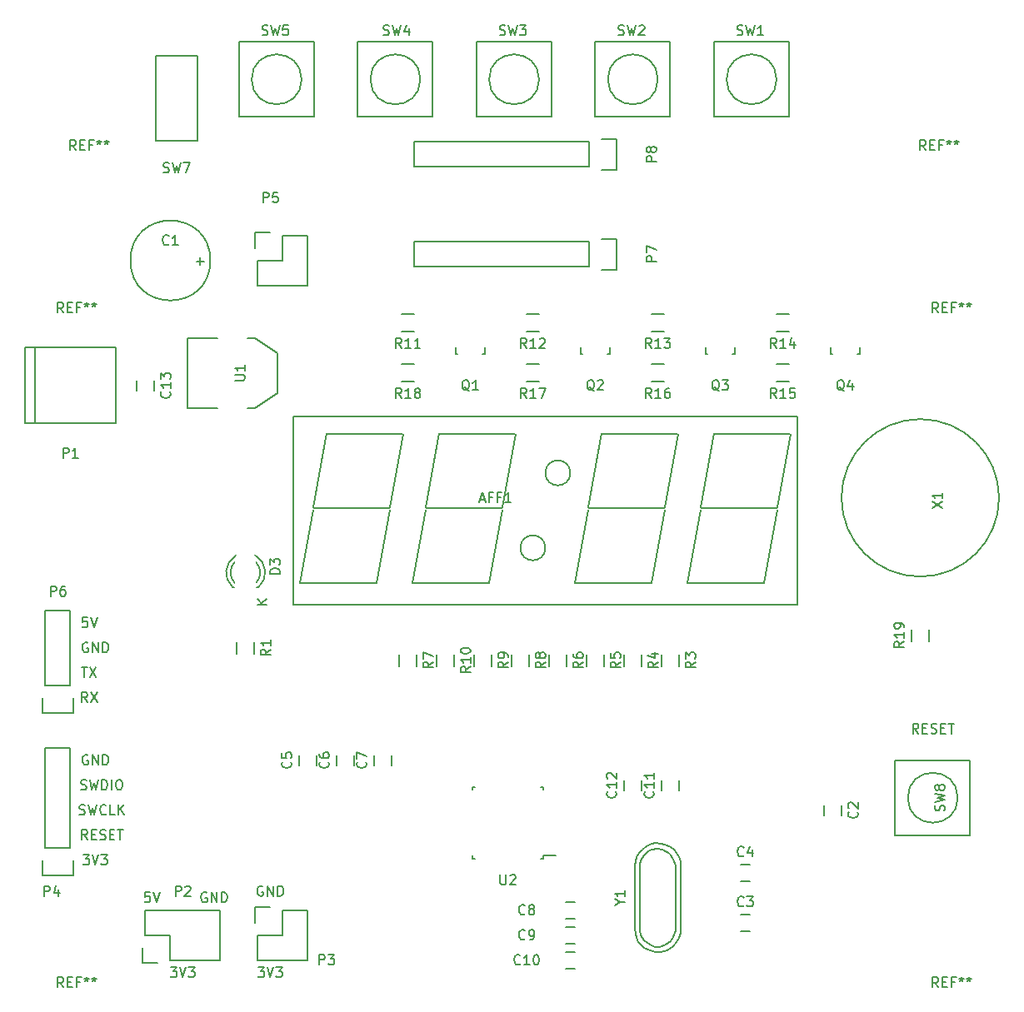
<source format=gto>
%TF.GenerationSoftware,KiCad,Pcbnew,4.0.2+e4-6225~38~ubuntu14.04.1-stable*%
%TF.CreationDate,2016-06-25T18:59:24+02:00*%
%TF.ProjectId,hclock,68636C6F636B2E6B696361645F706362,0.1*%
%TF.FileFunction,Legend,Top*%
%FSLAX46Y46*%
G04 Gerber Fmt 4.6, Leading zero omitted, Abs format (unit mm)*
G04 Created by KiCad (PCBNEW 4.0.2+e4-6225~38~ubuntu14.04.1-stable) date sam. 25 juin 2016 18:59:24 CEST*
%MOMM*%
G01*
G04 APERTURE LIST*
%ADD10C,0.100000*%
%ADD11C,0.150000*%
G04 APERTURE END LIST*
D10*
D11*
X104584524Y-125182381D02*
X104108333Y-125182381D01*
X104060714Y-125658571D01*
X104108333Y-125610952D01*
X104203571Y-125563333D01*
X104441667Y-125563333D01*
X104536905Y-125610952D01*
X104584524Y-125658571D01*
X104632143Y-125753810D01*
X104632143Y-125991905D01*
X104584524Y-126087143D01*
X104536905Y-126134762D01*
X104441667Y-126182381D01*
X104203571Y-126182381D01*
X104108333Y-126134762D01*
X104060714Y-126087143D01*
X104917857Y-125182381D02*
X105251190Y-126182381D01*
X105584524Y-125182381D01*
X106711905Y-132802381D02*
X107330953Y-132802381D01*
X106997619Y-133183333D01*
X107140477Y-133183333D01*
X107235715Y-133230952D01*
X107283334Y-133278571D01*
X107330953Y-133373810D01*
X107330953Y-133611905D01*
X107283334Y-133707143D01*
X107235715Y-133754762D01*
X107140477Y-133802381D01*
X106854762Y-133802381D01*
X106759524Y-133754762D01*
X106711905Y-133707143D01*
X107616667Y-132802381D02*
X107950000Y-133802381D01*
X108283334Y-132802381D01*
X108521429Y-132802381D02*
X109140477Y-132802381D01*
X108807143Y-133183333D01*
X108950001Y-133183333D01*
X109045239Y-133230952D01*
X109092858Y-133278571D01*
X109140477Y-133373810D01*
X109140477Y-133611905D01*
X109092858Y-133707143D01*
X109045239Y-133754762D01*
X108950001Y-133802381D01*
X108664286Y-133802381D01*
X108569048Y-133754762D01*
X108521429Y-133707143D01*
X110363096Y-125230000D02*
X110267858Y-125182381D01*
X110125001Y-125182381D01*
X109982143Y-125230000D01*
X109886905Y-125325238D01*
X109839286Y-125420476D01*
X109791667Y-125610952D01*
X109791667Y-125753810D01*
X109839286Y-125944286D01*
X109886905Y-126039524D01*
X109982143Y-126134762D01*
X110125001Y-126182381D01*
X110220239Y-126182381D01*
X110363096Y-126134762D01*
X110410715Y-126087143D01*
X110410715Y-125753810D01*
X110220239Y-125753810D01*
X110839286Y-126182381D02*
X110839286Y-125182381D01*
X111410715Y-126182381D01*
X111410715Y-125182381D01*
X111886905Y-126182381D02*
X111886905Y-125182381D01*
X112125000Y-125182381D01*
X112267858Y-125230000D01*
X112363096Y-125325238D01*
X112410715Y-125420476D01*
X112458334Y-125610952D01*
X112458334Y-125753810D01*
X112410715Y-125944286D01*
X112363096Y-126039524D01*
X112267858Y-126134762D01*
X112125000Y-126182381D01*
X111886905Y-126182381D01*
X115601905Y-132802381D02*
X116220953Y-132802381D01*
X115887619Y-133183333D01*
X116030477Y-133183333D01*
X116125715Y-133230952D01*
X116173334Y-133278571D01*
X116220953Y-133373810D01*
X116220953Y-133611905D01*
X116173334Y-133707143D01*
X116125715Y-133754762D01*
X116030477Y-133802381D01*
X115744762Y-133802381D01*
X115649524Y-133754762D01*
X115601905Y-133707143D01*
X116506667Y-132802381D02*
X116840000Y-133802381D01*
X117173334Y-132802381D01*
X117411429Y-132802381D02*
X118030477Y-132802381D01*
X117697143Y-133183333D01*
X117840001Y-133183333D01*
X117935239Y-133230952D01*
X117982858Y-133278571D01*
X118030477Y-133373810D01*
X118030477Y-133611905D01*
X117982858Y-133707143D01*
X117935239Y-133754762D01*
X117840001Y-133802381D01*
X117554286Y-133802381D01*
X117459048Y-133754762D01*
X117411429Y-133707143D01*
X116078096Y-124595000D02*
X115982858Y-124547381D01*
X115840001Y-124547381D01*
X115697143Y-124595000D01*
X115601905Y-124690238D01*
X115554286Y-124785476D01*
X115506667Y-124975952D01*
X115506667Y-125118810D01*
X115554286Y-125309286D01*
X115601905Y-125404524D01*
X115697143Y-125499762D01*
X115840001Y-125547381D01*
X115935239Y-125547381D01*
X116078096Y-125499762D01*
X116125715Y-125452143D01*
X116125715Y-125118810D01*
X115935239Y-125118810D01*
X116554286Y-125547381D02*
X116554286Y-124547381D01*
X117125715Y-125547381D01*
X117125715Y-124547381D01*
X117601905Y-125547381D02*
X117601905Y-124547381D01*
X117840000Y-124547381D01*
X117982858Y-124595000D01*
X118078096Y-124690238D01*
X118125715Y-124785476D01*
X118173334Y-124975952D01*
X118173334Y-125118810D01*
X118125715Y-125309286D01*
X118078096Y-125404524D01*
X117982858Y-125499762D01*
X117840000Y-125547381D01*
X117601905Y-125547381D01*
X97821905Y-121372381D02*
X98440953Y-121372381D01*
X98107619Y-121753333D01*
X98250477Y-121753333D01*
X98345715Y-121800952D01*
X98393334Y-121848571D01*
X98440953Y-121943810D01*
X98440953Y-122181905D01*
X98393334Y-122277143D01*
X98345715Y-122324762D01*
X98250477Y-122372381D01*
X97964762Y-122372381D01*
X97869524Y-122324762D01*
X97821905Y-122277143D01*
X98726667Y-121372381D02*
X99060000Y-122372381D01*
X99393334Y-121372381D01*
X99631429Y-121372381D02*
X100250477Y-121372381D01*
X99917143Y-121753333D01*
X100060001Y-121753333D01*
X100155239Y-121800952D01*
X100202858Y-121848571D01*
X100250477Y-121943810D01*
X100250477Y-122181905D01*
X100202858Y-122277143D01*
X100155239Y-122324762D01*
X100060001Y-122372381D01*
X99774286Y-122372381D01*
X99679048Y-122324762D01*
X99631429Y-122277143D01*
X98242619Y-119832381D02*
X97909285Y-119356190D01*
X97671190Y-119832381D02*
X97671190Y-118832381D01*
X98052143Y-118832381D01*
X98147381Y-118880000D01*
X98195000Y-118927619D01*
X98242619Y-119022857D01*
X98242619Y-119165714D01*
X98195000Y-119260952D01*
X98147381Y-119308571D01*
X98052143Y-119356190D01*
X97671190Y-119356190D01*
X98671190Y-119308571D02*
X99004524Y-119308571D01*
X99147381Y-119832381D02*
X98671190Y-119832381D01*
X98671190Y-118832381D01*
X99147381Y-118832381D01*
X99528333Y-119784762D02*
X99671190Y-119832381D01*
X99909286Y-119832381D01*
X100004524Y-119784762D01*
X100052143Y-119737143D01*
X100099762Y-119641905D01*
X100099762Y-119546667D01*
X100052143Y-119451429D01*
X100004524Y-119403810D01*
X99909286Y-119356190D01*
X99718809Y-119308571D01*
X99623571Y-119260952D01*
X99575952Y-119213333D01*
X99528333Y-119118095D01*
X99528333Y-119022857D01*
X99575952Y-118927619D01*
X99623571Y-118880000D01*
X99718809Y-118832381D01*
X99956905Y-118832381D01*
X100099762Y-118880000D01*
X100528333Y-119308571D02*
X100861667Y-119308571D01*
X101004524Y-119832381D02*
X100528333Y-119832381D01*
X100528333Y-118832381D01*
X101004524Y-118832381D01*
X101290238Y-118832381D02*
X101861667Y-118832381D01*
X101575952Y-119832381D02*
X101575952Y-118832381D01*
X97433095Y-117244762D02*
X97575952Y-117292381D01*
X97814048Y-117292381D01*
X97909286Y-117244762D01*
X97956905Y-117197143D01*
X98004524Y-117101905D01*
X98004524Y-117006667D01*
X97956905Y-116911429D01*
X97909286Y-116863810D01*
X97814048Y-116816190D01*
X97623571Y-116768571D01*
X97528333Y-116720952D01*
X97480714Y-116673333D01*
X97433095Y-116578095D01*
X97433095Y-116482857D01*
X97480714Y-116387619D01*
X97528333Y-116340000D01*
X97623571Y-116292381D01*
X97861667Y-116292381D01*
X98004524Y-116340000D01*
X98337857Y-116292381D02*
X98575952Y-117292381D01*
X98766429Y-116578095D01*
X98956905Y-117292381D01*
X99195000Y-116292381D01*
X100147381Y-117197143D02*
X100099762Y-117244762D01*
X99956905Y-117292381D01*
X99861667Y-117292381D01*
X99718809Y-117244762D01*
X99623571Y-117149524D01*
X99575952Y-117054286D01*
X99528333Y-116863810D01*
X99528333Y-116720952D01*
X99575952Y-116530476D01*
X99623571Y-116435238D01*
X99718809Y-116340000D01*
X99861667Y-116292381D01*
X99956905Y-116292381D01*
X100099762Y-116340000D01*
X100147381Y-116387619D01*
X101052143Y-117292381D02*
X100575952Y-117292381D01*
X100575952Y-116292381D01*
X101385476Y-117292381D02*
X101385476Y-116292381D01*
X101956905Y-117292381D02*
X101528333Y-116720952D01*
X101956905Y-116292381D02*
X101385476Y-116863810D01*
X97575953Y-114704762D02*
X97718810Y-114752381D01*
X97956906Y-114752381D01*
X98052144Y-114704762D01*
X98099763Y-114657143D01*
X98147382Y-114561905D01*
X98147382Y-114466667D01*
X98099763Y-114371429D01*
X98052144Y-114323810D01*
X97956906Y-114276190D01*
X97766429Y-114228571D01*
X97671191Y-114180952D01*
X97623572Y-114133333D01*
X97575953Y-114038095D01*
X97575953Y-113942857D01*
X97623572Y-113847619D01*
X97671191Y-113800000D01*
X97766429Y-113752381D01*
X98004525Y-113752381D01*
X98147382Y-113800000D01*
X98480715Y-113752381D02*
X98718810Y-114752381D01*
X98909287Y-114038095D01*
X99099763Y-114752381D01*
X99337858Y-113752381D01*
X99718810Y-114752381D02*
X99718810Y-113752381D01*
X99956905Y-113752381D01*
X100099763Y-113800000D01*
X100195001Y-113895238D01*
X100242620Y-113990476D01*
X100290239Y-114180952D01*
X100290239Y-114323810D01*
X100242620Y-114514286D01*
X100195001Y-114609524D01*
X100099763Y-114704762D01*
X99956905Y-114752381D01*
X99718810Y-114752381D01*
X100718810Y-114752381D02*
X100718810Y-113752381D01*
X101385476Y-113752381D02*
X101575953Y-113752381D01*
X101671191Y-113800000D01*
X101766429Y-113895238D01*
X101814048Y-114085714D01*
X101814048Y-114419048D01*
X101766429Y-114609524D01*
X101671191Y-114704762D01*
X101575953Y-114752381D01*
X101385476Y-114752381D01*
X101290238Y-114704762D01*
X101195000Y-114609524D01*
X101147381Y-114419048D01*
X101147381Y-114085714D01*
X101195000Y-113895238D01*
X101290238Y-113800000D01*
X101385476Y-113752381D01*
X98298096Y-111260000D02*
X98202858Y-111212381D01*
X98060001Y-111212381D01*
X97917143Y-111260000D01*
X97821905Y-111355238D01*
X97774286Y-111450476D01*
X97726667Y-111640952D01*
X97726667Y-111783810D01*
X97774286Y-111974286D01*
X97821905Y-112069524D01*
X97917143Y-112164762D01*
X98060001Y-112212381D01*
X98155239Y-112212381D01*
X98298096Y-112164762D01*
X98345715Y-112117143D01*
X98345715Y-111783810D01*
X98155239Y-111783810D01*
X98774286Y-112212381D02*
X98774286Y-111212381D01*
X99345715Y-112212381D01*
X99345715Y-111212381D01*
X99821905Y-112212381D02*
X99821905Y-111212381D01*
X100060000Y-111212381D01*
X100202858Y-111260000D01*
X100298096Y-111355238D01*
X100345715Y-111450476D01*
X100393334Y-111640952D01*
X100393334Y-111783810D01*
X100345715Y-111974286D01*
X100298096Y-112069524D01*
X100202858Y-112164762D01*
X100060000Y-112212381D01*
X99821905Y-112212381D01*
X98258334Y-105862381D02*
X97925000Y-105386190D01*
X97686905Y-105862381D02*
X97686905Y-104862381D01*
X98067858Y-104862381D01*
X98163096Y-104910000D01*
X98210715Y-104957619D01*
X98258334Y-105052857D01*
X98258334Y-105195714D01*
X98210715Y-105290952D01*
X98163096Y-105338571D01*
X98067858Y-105386190D01*
X97686905Y-105386190D01*
X98591667Y-104862381D02*
X99258334Y-105862381D01*
X99258334Y-104862381D02*
X98591667Y-105862381D01*
X97663095Y-102322381D02*
X98234524Y-102322381D01*
X97948809Y-103322381D02*
X97948809Y-102322381D01*
X98472619Y-102322381D02*
X99139286Y-103322381D01*
X99139286Y-102322381D02*
X98472619Y-103322381D01*
X98298096Y-99830000D02*
X98202858Y-99782381D01*
X98060001Y-99782381D01*
X97917143Y-99830000D01*
X97821905Y-99925238D01*
X97774286Y-100020476D01*
X97726667Y-100210952D01*
X97726667Y-100353810D01*
X97774286Y-100544286D01*
X97821905Y-100639524D01*
X97917143Y-100734762D01*
X98060001Y-100782381D01*
X98155239Y-100782381D01*
X98298096Y-100734762D01*
X98345715Y-100687143D01*
X98345715Y-100353810D01*
X98155239Y-100353810D01*
X98774286Y-100782381D02*
X98774286Y-99782381D01*
X99345715Y-100782381D01*
X99345715Y-99782381D01*
X99821905Y-100782381D02*
X99821905Y-99782381D01*
X100060000Y-99782381D01*
X100202858Y-99830000D01*
X100298096Y-99925238D01*
X100345715Y-100020476D01*
X100393334Y-100210952D01*
X100393334Y-100353810D01*
X100345715Y-100544286D01*
X100298096Y-100639524D01*
X100202858Y-100734762D01*
X100060000Y-100782381D01*
X99821905Y-100782381D01*
X98234524Y-97242381D02*
X97758333Y-97242381D01*
X97710714Y-97718571D01*
X97758333Y-97670952D01*
X97853571Y-97623333D01*
X98091667Y-97623333D01*
X98186905Y-97670952D01*
X98234524Y-97718571D01*
X98282143Y-97813810D01*
X98282143Y-98051905D01*
X98234524Y-98147143D01*
X98186905Y-98194762D01*
X98091667Y-98242381D01*
X97853571Y-98242381D01*
X97758333Y-98194762D01*
X97710714Y-98147143D01*
X98567857Y-97242381D02*
X98901190Y-98242381D01*
X99234524Y-97242381D01*
X182697619Y-109037381D02*
X182364285Y-108561190D01*
X182126190Y-109037381D02*
X182126190Y-108037381D01*
X182507143Y-108037381D01*
X182602381Y-108085000D01*
X182650000Y-108132619D01*
X182697619Y-108227857D01*
X182697619Y-108370714D01*
X182650000Y-108465952D01*
X182602381Y-108513571D01*
X182507143Y-108561190D01*
X182126190Y-108561190D01*
X183126190Y-108513571D02*
X183459524Y-108513571D01*
X183602381Y-109037381D02*
X183126190Y-109037381D01*
X183126190Y-108037381D01*
X183602381Y-108037381D01*
X183983333Y-108989762D02*
X184126190Y-109037381D01*
X184364286Y-109037381D01*
X184459524Y-108989762D01*
X184507143Y-108942143D01*
X184554762Y-108846905D01*
X184554762Y-108751667D01*
X184507143Y-108656429D01*
X184459524Y-108608810D01*
X184364286Y-108561190D01*
X184173809Y-108513571D01*
X184078571Y-108465952D01*
X184030952Y-108418333D01*
X183983333Y-108323095D01*
X183983333Y-108227857D01*
X184030952Y-108132619D01*
X184078571Y-108085000D01*
X184173809Y-108037381D01*
X184411905Y-108037381D01*
X184554762Y-108085000D01*
X184983333Y-108513571D02*
X185316667Y-108513571D01*
X185459524Y-109037381D02*
X184983333Y-109037381D01*
X184983333Y-108037381D01*
X185459524Y-108037381D01*
X185745238Y-108037381D02*
X186316667Y-108037381D01*
X186030952Y-109037381D02*
X186030952Y-108037381D01*
X110744000Y-60960000D02*
G75*
G03X110744000Y-60960000I-4064000J0D01*
G01*
X174840000Y-117340000D02*
X174840000Y-116340000D01*
X173140000Y-116340000D02*
X173140000Y-117340000D01*
X165600000Y-127420000D02*
X164600000Y-127420000D01*
X164600000Y-129120000D02*
X165600000Y-129120000D01*
X165600000Y-122340000D02*
X164600000Y-122340000D01*
X164600000Y-124040000D02*
X165600000Y-124040000D01*
X119800000Y-111260000D02*
X119800000Y-112260000D01*
X121500000Y-112260000D02*
X121500000Y-111260000D01*
X123610000Y-111260000D02*
X123610000Y-112260000D01*
X125310000Y-112260000D02*
X125310000Y-111260000D01*
X127420000Y-111260000D02*
X127420000Y-112260000D01*
X129120000Y-112260000D02*
X129120000Y-111260000D01*
X146820000Y-127850000D02*
X147820000Y-127850000D01*
X147820000Y-126150000D02*
X146820000Y-126150000D01*
X146820000Y-130390000D02*
X147820000Y-130390000D01*
X147820000Y-128690000D02*
X146820000Y-128690000D01*
X146820000Y-132930000D02*
X147820000Y-132930000D01*
X147820000Y-131230000D02*
X146820000Y-131230000D01*
X156630000Y-113800000D02*
X156630000Y-114800000D01*
X158330000Y-114800000D02*
X158330000Y-113800000D01*
X152820000Y-113800000D02*
X152820000Y-114800000D01*
X154520000Y-114800000D02*
X154520000Y-113800000D01*
X115614000Y-94179000D02*
X115414000Y-94179000D01*
X113020000Y-94179000D02*
X113200000Y-94179000D01*
X113330357Y-90951256D02*
G75*
G03X113014000Y-94179000I1003643J-1727744D01*
G01*
X113200932Y-91626994D02*
G75*
G03X113200000Y-93730000I1133068J-1052006D01*
G01*
X115640726Y-94166220D02*
G75*
G03X115294000Y-90929000I-1306726J1497220D01*
G01*
X115413253Y-93692889D02*
G75*
G03X115394000Y-91645000I-1079253J1013889D01*
G01*
X92920820Y-69809360D02*
X92920820Y-77510640D01*
X91920060Y-69809360D02*
X91920060Y-77510640D01*
X91920060Y-77510640D02*
X101119940Y-77510640D01*
X101119940Y-77510640D02*
X101119940Y-69809360D01*
X101119940Y-69809360D02*
X91920060Y-69809360D01*
X106680000Y-132080000D02*
X111760000Y-132080000D01*
X103860000Y-132360000D02*
X103860000Y-130810000D01*
X104140000Y-129540000D02*
X106680000Y-129540000D01*
X106680000Y-129540000D02*
X106680000Y-132080000D01*
X111760000Y-132080000D02*
X111760000Y-127000000D01*
X111760000Y-127000000D02*
X106680000Y-127000000D01*
X103860000Y-132360000D02*
X105410000Y-132360000D01*
X104140000Y-127000000D02*
X104140000Y-129540000D01*
X106680000Y-127000000D02*
X104140000Y-127000000D01*
X115290000Y-128270000D02*
X115290000Y-126720000D01*
X116840000Y-126720000D02*
X115290000Y-126720000D01*
X115570000Y-129540000D02*
X118110000Y-129540000D01*
X118110000Y-129540000D02*
X118110000Y-127000000D01*
X118110000Y-127000000D02*
X120650000Y-127000000D01*
X120650000Y-127000000D02*
X120650000Y-132080000D01*
X120650000Y-132080000D02*
X115570000Y-132080000D01*
X115570000Y-132080000D02*
X115570000Y-129540000D01*
X96800000Y-121920000D02*
X96800000Y-123470000D01*
X96800000Y-123470000D02*
X93700000Y-123470000D01*
X93700000Y-123470000D02*
X93700000Y-121920000D01*
X93980000Y-120650000D02*
X93980000Y-110490000D01*
X93980000Y-110490000D02*
X96520000Y-110490000D01*
X96520000Y-110490000D02*
X96520000Y-120650000D01*
X93980000Y-120650000D02*
X96520000Y-120650000D01*
X115290000Y-59690000D02*
X115290000Y-58140000D01*
X116840000Y-58140000D02*
X115290000Y-58140000D01*
X115570000Y-60960000D02*
X118110000Y-60960000D01*
X118110000Y-60960000D02*
X118110000Y-58420000D01*
X118110000Y-58420000D02*
X120650000Y-58420000D01*
X120650000Y-58420000D02*
X120650000Y-63500000D01*
X120650000Y-63500000D02*
X115570000Y-63500000D01*
X115570000Y-63500000D02*
X115570000Y-60960000D01*
X96520000Y-104140000D02*
X96520000Y-96520000D01*
X93980000Y-104140000D02*
X93980000Y-96520000D01*
X93700000Y-106960000D02*
X93700000Y-105410000D01*
X96520000Y-96520000D02*
X93980000Y-96520000D01*
X93980000Y-104140000D02*
X96520000Y-104140000D01*
X96800000Y-105410000D02*
X96800000Y-106960000D01*
X96800000Y-106960000D02*
X93700000Y-106960000D01*
X138659820Y-69799200D02*
X138659820Y-70500240D01*
X138659820Y-70500240D02*
X138410900Y-70500240D01*
X135860840Y-70500240D02*
X135660180Y-70500240D01*
X135660180Y-70500240D02*
X135660180Y-69799200D01*
X151359820Y-69799200D02*
X151359820Y-70500240D01*
X151359820Y-70500240D02*
X151110900Y-70500240D01*
X148560840Y-70500240D02*
X148360180Y-70500240D01*
X148360180Y-70500240D02*
X148360180Y-69799200D01*
X164059820Y-69799200D02*
X164059820Y-70500240D01*
X164059820Y-70500240D02*
X163810900Y-70500240D01*
X161260840Y-70500240D02*
X161060180Y-70500240D01*
X161060180Y-70500240D02*
X161060180Y-69799200D01*
X176759820Y-69799200D02*
X176759820Y-70500240D01*
X176759820Y-70500240D02*
X176510900Y-70500240D01*
X173960840Y-70500240D02*
X173760180Y-70500240D01*
X173760180Y-70500240D02*
X173760180Y-69799200D01*
X113425000Y-100930000D02*
X113425000Y-99730000D01*
X115175000Y-99730000D02*
X115175000Y-100930000D01*
X156605000Y-102200000D02*
X156605000Y-101000000D01*
X158355000Y-101000000D02*
X158355000Y-102200000D01*
X152795000Y-102200000D02*
X152795000Y-101000000D01*
X154545000Y-101000000D02*
X154545000Y-102200000D01*
X148985000Y-102200000D02*
X148985000Y-101000000D01*
X150735000Y-101000000D02*
X150735000Y-102200000D01*
X145175000Y-102200000D02*
X145175000Y-101000000D01*
X146925000Y-101000000D02*
X146925000Y-102200000D01*
X129935000Y-102200000D02*
X129935000Y-101000000D01*
X131685000Y-101000000D02*
X131685000Y-102200000D01*
X141365000Y-102200000D02*
X141365000Y-101000000D01*
X143115000Y-101000000D02*
X143115000Y-102200000D01*
X137555000Y-102200000D02*
X137555000Y-101000000D01*
X139305000Y-101000000D02*
X139305000Y-102200000D01*
X133745000Y-102200000D02*
X133745000Y-101000000D01*
X135495000Y-101000000D02*
X135495000Y-102200000D01*
X130210000Y-66435000D02*
X131410000Y-66435000D01*
X131410000Y-68185000D02*
X130210000Y-68185000D01*
X142910000Y-66435000D02*
X144110000Y-66435000D01*
X144110000Y-68185000D02*
X142910000Y-68185000D01*
X155610000Y-66435000D02*
X156810000Y-66435000D01*
X156810000Y-68185000D02*
X155610000Y-68185000D01*
X168310000Y-66435000D02*
X169510000Y-66435000D01*
X169510000Y-68185000D02*
X168310000Y-68185000D01*
X168310000Y-71515000D02*
X169510000Y-71515000D01*
X169510000Y-73265000D02*
X168310000Y-73265000D01*
X155610000Y-71515000D02*
X156810000Y-71515000D01*
X156810000Y-73265000D02*
X155610000Y-73265000D01*
X142910000Y-71515000D02*
X144110000Y-71515000D01*
X144110000Y-73265000D02*
X142910000Y-73265000D01*
X130210000Y-71515000D02*
X131410000Y-71515000D01*
X131410000Y-73265000D02*
X130210000Y-73265000D01*
X183755000Y-98460000D02*
X183755000Y-99660000D01*
X182005000Y-99660000D02*
X182005000Y-98460000D01*
X168275000Y-42545000D02*
G75*
G03X168275000Y-42545000I-2540000J0D01*
G01*
X169545000Y-46355000D02*
X161925000Y-46355000D01*
X161925000Y-46355000D02*
X161925000Y-38735000D01*
X161925000Y-38735000D02*
X169545000Y-38735000D01*
X169545000Y-46355000D02*
X169545000Y-38735000D01*
X156210000Y-42545000D02*
G75*
G03X156210000Y-42545000I-2540000J0D01*
G01*
X157480000Y-46355000D02*
X149860000Y-46355000D01*
X149860000Y-46355000D02*
X149860000Y-38735000D01*
X149860000Y-38735000D02*
X157480000Y-38735000D01*
X157480000Y-46355000D02*
X157480000Y-38735000D01*
X144145000Y-42545000D02*
G75*
G03X144145000Y-42545000I-2540000J0D01*
G01*
X145415000Y-46355000D02*
X137795000Y-46355000D01*
X137795000Y-46355000D02*
X137795000Y-38735000D01*
X137795000Y-38735000D02*
X145415000Y-38735000D01*
X145415000Y-46355000D02*
X145415000Y-38735000D01*
X132080000Y-42545000D02*
G75*
G03X132080000Y-42545000I-2540000J0D01*
G01*
X133350000Y-46355000D02*
X125730000Y-46355000D01*
X125730000Y-46355000D02*
X125730000Y-38735000D01*
X125730000Y-38735000D02*
X133350000Y-38735000D01*
X133350000Y-46355000D02*
X133350000Y-38735000D01*
X120015000Y-42545000D02*
G75*
G03X120015000Y-42545000I-2540000J0D01*
G01*
X121285000Y-46355000D02*
X113665000Y-46355000D01*
X113665000Y-46355000D02*
X113665000Y-38735000D01*
X113665000Y-38735000D02*
X121285000Y-38735000D01*
X121285000Y-46355000D02*
X121285000Y-38735000D01*
X105168700Y-48755300D02*
X109461300Y-48755300D01*
X105168700Y-40144700D02*
X105168700Y-48755300D01*
X109461300Y-40144700D02*
X109461300Y-48755300D01*
X105168700Y-40144700D02*
X109461300Y-40144700D01*
X186690000Y-115570000D02*
G75*
G03X186690000Y-115570000I-2540000J0D01*
G01*
X187960000Y-111760000D02*
X187960000Y-119380000D01*
X187960000Y-119380000D02*
X180340000Y-119380000D01*
X180340000Y-119380000D02*
X180340000Y-111760000D01*
X187960000Y-111760000D02*
X180340000Y-111760000D01*
X144595000Y-121735000D02*
X144595000Y-121435000D01*
X137345000Y-121735000D02*
X137345000Y-121435000D01*
X137345000Y-114485000D02*
X137345000Y-114785000D01*
X144595000Y-114485000D02*
X144595000Y-114785000D01*
X144595000Y-121735000D02*
X144295000Y-121735000D01*
X144595000Y-114485000D02*
X144295000Y-114485000D01*
X137345000Y-114485000D02*
X137645000Y-114485000D01*
X137345000Y-121735000D02*
X137645000Y-121735000D01*
X144595000Y-121435000D02*
X145820000Y-121435000D01*
X190884871Y-85090000D02*
G75*
G03X190884871Y-85090000I-8004871J0D01*
G01*
X155209240Y-121031000D02*
X155610560Y-120830340D01*
X155610560Y-120830340D02*
X156210000Y-120728740D01*
X156210000Y-120728740D02*
X156710380Y-120830340D01*
X156710380Y-120830340D02*
X157408880Y-121229120D01*
X157408880Y-121229120D02*
X157810200Y-121831100D01*
X157810200Y-121831100D02*
X158010860Y-122430540D01*
X158010860Y-122430540D02*
X158010860Y-129029460D01*
X158010860Y-129029460D02*
X157810200Y-129730500D01*
X157810200Y-129730500D02*
X157510480Y-130129280D01*
X157510480Y-130129280D02*
X157010100Y-130530600D01*
X157010100Y-130530600D02*
X156410660Y-130731260D01*
X156410660Y-130731260D02*
X155910280Y-130731260D01*
X155910280Y-130731260D02*
X155409900Y-130530600D01*
X155409900Y-130530600D02*
X154810460Y-130030220D01*
X154810460Y-130030220D02*
X154510740Y-129529840D01*
X154510740Y-129529840D02*
X154409140Y-129029460D01*
X154409140Y-128930400D02*
X154409140Y-122328940D01*
X154409140Y-122328940D02*
X154510740Y-121930160D01*
X154510740Y-121930160D02*
X154810460Y-121429780D01*
X154810460Y-121429780D02*
X155310840Y-120929400D01*
X153880820Y-128920240D02*
X153929080Y-129379980D01*
X153929080Y-129379980D02*
X154040840Y-129778760D01*
X154040840Y-129778760D02*
X154259280Y-130210560D01*
X154259280Y-130210560D02*
X154490420Y-130500120D01*
X154490420Y-130500120D02*
X154840940Y-130830320D01*
X154840940Y-130830320D02*
X155379420Y-131119880D01*
X155379420Y-131119880D02*
X155978860Y-131249420D01*
X155978860Y-131249420D02*
X156489400Y-131249420D01*
X156489400Y-131249420D02*
X157190440Y-131079240D01*
X157190440Y-131079240D02*
X157779720Y-130680460D01*
X157779720Y-130680460D02*
X158150560Y-130220720D01*
X158150560Y-130220720D02*
X158358840Y-129799080D01*
X158358840Y-129799080D02*
X158518860Y-129349500D01*
X158518860Y-129349500D02*
X158549340Y-128910080D01*
X158330900Y-121569480D02*
X158109920Y-121191020D01*
X158109920Y-121191020D02*
X157830520Y-120870980D01*
X157830520Y-120870980D02*
X157500320Y-120619520D01*
X157500320Y-120619520D02*
X156949140Y-120319800D01*
X156949140Y-120319800D02*
X156479240Y-120210580D01*
X156479240Y-120210580D02*
X156019500Y-120190260D01*
X156019500Y-120190260D02*
X155559760Y-120279160D01*
X155559760Y-120279160D02*
X155110180Y-120469660D01*
X155110180Y-120469660D02*
X154640280Y-120830340D01*
X154640280Y-120830340D02*
X154320240Y-121180860D01*
X154320240Y-121180860D02*
X154089100Y-121569480D01*
X154089100Y-121569480D02*
X153949400Y-121998740D01*
X153949400Y-121998740D02*
X153880820Y-122440700D01*
X158539180Y-128930400D02*
X158539180Y-122478800D01*
X158539180Y-122478800D02*
X158501080Y-122059700D01*
X158501080Y-122059700D02*
X158330900Y-121569480D01*
X153880820Y-128930400D02*
X153880820Y-122478800D01*
X144780000Y-90170000D02*
G75*
G03X144780000Y-90170000I-1270000J0D01*
G01*
X147320000Y-82550000D02*
G75*
G03X147320000Y-82550000I-1270000J0D01*
G01*
X149250400Y-86156800D02*
X156870400Y-86156800D01*
X149148800Y-86055200D02*
X150471999Y-78550965D01*
X156946600Y-86080600D02*
X158269799Y-78576365D01*
X150545800Y-78562200D02*
X158165800Y-78562200D01*
X147777200Y-93776800D02*
X149100399Y-86272565D01*
X155575000Y-93776800D02*
X156898199Y-86272565D01*
X147878800Y-93776800D02*
X155498800Y-93776800D01*
X159308800Y-93776800D02*
X166928800Y-93776800D01*
X167005000Y-93776800D02*
X168328199Y-86272565D01*
X159207200Y-93776800D02*
X160530399Y-86272565D01*
X161975800Y-78562200D02*
X169595800Y-78562200D01*
X168376600Y-86080600D02*
X169699799Y-78576365D01*
X160578800Y-86055200D02*
X161901999Y-78550965D01*
X160680400Y-86156800D02*
X168300400Y-86156800D01*
X132740400Y-86156800D02*
X140360400Y-86156800D01*
X132638800Y-86055200D02*
X133961999Y-78550965D01*
X140436600Y-86080600D02*
X141759799Y-78576365D01*
X134035800Y-78562200D02*
X141655800Y-78562200D01*
X131267200Y-93776800D02*
X132590399Y-86272565D01*
X139065000Y-93776800D02*
X140388199Y-86272565D01*
X131368800Y-93776800D02*
X138988800Y-93776800D01*
X119938800Y-93776800D02*
X127558800Y-93776800D01*
X127635000Y-93776800D02*
X128958199Y-86272565D01*
X119837200Y-93776800D02*
X121160399Y-86272565D01*
X122605800Y-78562200D02*
X130225800Y-78562200D01*
X129006600Y-86080600D02*
X130329799Y-78576365D01*
X121208800Y-86055200D02*
X122531999Y-78550965D01*
X121310400Y-86156800D02*
X128930400Y-86156800D01*
X119176800Y-95910400D02*
X170383200Y-95910400D01*
X170383200Y-95910400D02*
X170383200Y-76809600D01*
X170383200Y-76809600D02*
X119176800Y-76809600D01*
X119176800Y-76809600D02*
X119176800Y-95910400D01*
X119278400Y-95935800D02*
X119278400Y-95885000D01*
X149225000Y-61595000D02*
X131445000Y-61595000D01*
X131445000Y-61595000D02*
X131445000Y-59055000D01*
X131445000Y-59055000D02*
X149225000Y-59055000D01*
X152045000Y-61875000D02*
X150495000Y-61875000D01*
X149225000Y-61595000D02*
X149225000Y-59055000D01*
X150495000Y-58775000D02*
X152045000Y-58775000D01*
X152045000Y-58775000D02*
X152045000Y-61875000D01*
X149225000Y-51435000D02*
X131445000Y-51435000D01*
X131445000Y-51435000D02*
X131445000Y-48895000D01*
X131445000Y-48895000D02*
X149225000Y-48895000D01*
X152045000Y-51715000D02*
X150495000Y-51715000D01*
X149225000Y-51435000D02*
X149225000Y-48895000D01*
X150495000Y-48615000D02*
X152045000Y-48615000D01*
X152045000Y-48615000D02*
X152045000Y-51715000D01*
X104990000Y-74160000D02*
X104990000Y-73160000D01*
X103290000Y-73160000D02*
X103290000Y-74160000D01*
X111506000Y-68834000D02*
X108458000Y-68834000D01*
X108458000Y-68834000D02*
X108458000Y-75946000D01*
X108458000Y-75946000D02*
X111506000Y-75946000D01*
X114554000Y-68834000D02*
X115316000Y-68834000D01*
X115316000Y-68834000D02*
X117602000Y-70358000D01*
X117602000Y-70358000D02*
X117602000Y-74422000D01*
X117602000Y-74422000D02*
X115316000Y-75946000D01*
X115316000Y-75946000D02*
X114554000Y-75946000D01*
X106513334Y-59285143D02*
X106465715Y-59332762D01*
X106322858Y-59380381D01*
X106227620Y-59380381D01*
X106084762Y-59332762D01*
X105989524Y-59237524D01*
X105941905Y-59142286D01*
X105894286Y-58951810D01*
X105894286Y-58808952D01*
X105941905Y-58618476D01*
X105989524Y-58523238D01*
X106084762Y-58428000D01*
X106227620Y-58380381D01*
X106322858Y-58380381D01*
X106465715Y-58428000D01*
X106513334Y-58475619D01*
X107465715Y-59380381D02*
X106894286Y-59380381D01*
X107180000Y-59380381D02*
X107180000Y-58380381D01*
X107084762Y-58523238D01*
X106989524Y-58618476D01*
X106894286Y-58666095D01*
X109344508Y-61031429D02*
X110106413Y-61031429D01*
X109725461Y-61412381D02*
X109725461Y-60650476D01*
X176447143Y-117006666D02*
X176494762Y-117054285D01*
X176542381Y-117197142D01*
X176542381Y-117292380D01*
X176494762Y-117435238D01*
X176399524Y-117530476D01*
X176304286Y-117578095D01*
X176113810Y-117625714D01*
X175970952Y-117625714D01*
X175780476Y-117578095D01*
X175685238Y-117530476D01*
X175590000Y-117435238D01*
X175542381Y-117292380D01*
X175542381Y-117197142D01*
X175590000Y-117054285D01*
X175637619Y-117006666D01*
X175637619Y-116625714D02*
X175590000Y-116578095D01*
X175542381Y-116482857D01*
X175542381Y-116244761D01*
X175590000Y-116149523D01*
X175637619Y-116101904D01*
X175732857Y-116054285D01*
X175828095Y-116054285D01*
X175970952Y-116101904D01*
X176542381Y-116673333D01*
X176542381Y-116054285D01*
X164933334Y-126527143D02*
X164885715Y-126574762D01*
X164742858Y-126622381D01*
X164647620Y-126622381D01*
X164504762Y-126574762D01*
X164409524Y-126479524D01*
X164361905Y-126384286D01*
X164314286Y-126193810D01*
X164314286Y-126050952D01*
X164361905Y-125860476D01*
X164409524Y-125765238D01*
X164504762Y-125670000D01*
X164647620Y-125622381D01*
X164742858Y-125622381D01*
X164885715Y-125670000D01*
X164933334Y-125717619D01*
X165266667Y-125622381D02*
X165885715Y-125622381D01*
X165552381Y-126003333D01*
X165695239Y-126003333D01*
X165790477Y-126050952D01*
X165838096Y-126098571D01*
X165885715Y-126193810D01*
X165885715Y-126431905D01*
X165838096Y-126527143D01*
X165790477Y-126574762D01*
X165695239Y-126622381D01*
X165409524Y-126622381D01*
X165314286Y-126574762D01*
X165266667Y-126527143D01*
X164933334Y-121447143D02*
X164885715Y-121494762D01*
X164742858Y-121542381D01*
X164647620Y-121542381D01*
X164504762Y-121494762D01*
X164409524Y-121399524D01*
X164361905Y-121304286D01*
X164314286Y-121113810D01*
X164314286Y-120970952D01*
X164361905Y-120780476D01*
X164409524Y-120685238D01*
X164504762Y-120590000D01*
X164647620Y-120542381D01*
X164742858Y-120542381D01*
X164885715Y-120590000D01*
X164933334Y-120637619D01*
X165790477Y-120875714D02*
X165790477Y-121542381D01*
X165552381Y-120494762D02*
X165314286Y-121209048D01*
X165933334Y-121209048D01*
X118907143Y-111926666D02*
X118954762Y-111974285D01*
X119002381Y-112117142D01*
X119002381Y-112212380D01*
X118954762Y-112355238D01*
X118859524Y-112450476D01*
X118764286Y-112498095D01*
X118573810Y-112545714D01*
X118430952Y-112545714D01*
X118240476Y-112498095D01*
X118145238Y-112450476D01*
X118050000Y-112355238D01*
X118002381Y-112212380D01*
X118002381Y-112117142D01*
X118050000Y-111974285D01*
X118097619Y-111926666D01*
X118002381Y-111021904D02*
X118002381Y-111498095D01*
X118478571Y-111545714D01*
X118430952Y-111498095D01*
X118383333Y-111402857D01*
X118383333Y-111164761D01*
X118430952Y-111069523D01*
X118478571Y-111021904D01*
X118573810Y-110974285D01*
X118811905Y-110974285D01*
X118907143Y-111021904D01*
X118954762Y-111069523D01*
X119002381Y-111164761D01*
X119002381Y-111402857D01*
X118954762Y-111498095D01*
X118907143Y-111545714D01*
X122717143Y-111926666D02*
X122764762Y-111974285D01*
X122812381Y-112117142D01*
X122812381Y-112212380D01*
X122764762Y-112355238D01*
X122669524Y-112450476D01*
X122574286Y-112498095D01*
X122383810Y-112545714D01*
X122240952Y-112545714D01*
X122050476Y-112498095D01*
X121955238Y-112450476D01*
X121860000Y-112355238D01*
X121812381Y-112212380D01*
X121812381Y-112117142D01*
X121860000Y-111974285D01*
X121907619Y-111926666D01*
X121812381Y-111069523D02*
X121812381Y-111260000D01*
X121860000Y-111355238D01*
X121907619Y-111402857D01*
X122050476Y-111498095D01*
X122240952Y-111545714D01*
X122621905Y-111545714D01*
X122717143Y-111498095D01*
X122764762Y-111450476D01*
X122812381Y-111355238D01*
X122812381Y-111164761D01*
X122764762Y-111069523D01*
X122717143Y-111021904D01*
X122621905Y-110974285D01*
X122383810Y-110974285D01*
X122288571Y-111021904D01*
X122240952Y-111069523D01*
X122193333Y-111164761D01*
X122193333Y-111355238D01*
X122240952Y-111450476D01*
X122288571Y-111498095D01*
X122383810Y-111545714D01*
X126527143Y-111926666D02*
X126574762Y-111974285D01*
X126622381Y-112117142D01*
X126622381Y-112212380D01*
X126574762Y-112355238D01*
X126479524Y-112450476D01*
X126384286Y-112498095D01*
X126193810Y-112545714D01*
X126050952Y-112545714D01*
X125860476Y-112498095D01*
X125765238Y-112450476D01*
X125670000Y-112355238D01*
X125622381Y-112212380D01*
X125622381Y-112117142D01*
X125670000Y-111974285D01*
X125717619Y-111926666D01*
X125622381Y-111593333D02*
X125622381Y-110926666D01*
X126622381Y-111355238D01*
X142708334Y-127357143D02*
X142660715Y-127404762D01*
X142517858Y-127452381D01*
X142422620Y-127452381D01*
X142279762Y-127404762D01*
X142184524Y-127309524D01*
X142136905Y-127214286D01*
X142089286Y-127023810D01*
X142089286Y-126880952D01*
X142136905Y-126690476D01*
X142184524Y-126595238D01*
X142279762Y-126500000D01*
X142422620Y-126452381D01*
X142517858Y-126452381D01*
X142660715Y-126500000D01*
X142708334Y-126547619D01*
X143279762Y-126880952D02*
X143184524Y-126833333D01*
X143136905Y-126785714D01*
X143089286Y-126690476D01*
X143089286Y-126642857D01*
X143136905Y-126547619D01*
X143184524Y-126500000D01*
X143279762Y-126452381D01*
X143470239Y-126452381D01*
X143565477Y-126500000D01*
X143613096Y-126547619D01*
X143660715Y-126642857D01*
X143660715Y-126690476D01*
X143613096Y-126785714D01*
X143565477Y-126833333D01*
X143470239Y-126880952D01*
X143279762Y-126880952D01*
X143184524Y-126928571D01*
X143136905Y-126976190D01*
X143089286Y-127071429D01*
X143089286Y-127261905D01*
X143136905Y-127357143D01*
X143184524Y-127404762D01*
X143279762Y-127452381D01*
X143470239Y-127452381D01*
X143565477Y-127404762D01*
X143613096Y-127357143D01*
X143660715Y-127261905D01*
X143660715Y-127071429D01*
X143613096Y-126976190D01*
X143565477Y-126928571D01*
X143470239Y-126880952D01*
X142708334Y-129897143D02*
X142660715Y-129944762D01*
X142517858Y-129992381D01*
X142422620Y-129992381D01*
X142279762Y-129944762D01*
X142184524Y-129849524D01*
X142136905Y-129754286D01*
X142089286Y-129563810D01*
X142089286Y-129420952D01*
X142136905Y-129230476D01*
X142184524Y-129135238D01*
X142279762Y-129040000D01*
X142422620Y-128992381D01*
X142517858Y-128992381D01*
X142660715Y-129040000D01*
X142708334Y-129087619D01*
X143184524Y-129992381D02*
X143375000Y-129992381D01*
X143470239Y-129944762D01*
X143517858Y-129897143D01*
X143613096Y-129754286D01*
X143660715Y-129563810D01*
X143660715Y-129182857D01*
X143613096Y-129087619D01*
X143565477Y-129040000D01*
X143470239Y-128992381D01*
X143279762Y-128992381D01*
X143184524Y-129040000D01*
X143136905Y-129087619D01*
X143089286Y-129182857D01*
X143089286Y-129420952D01*
X143136905Y-129516190D01*
X143184524Y-129563810D01*
X143279762Y-129611429D01*
X143470239Y-129611429D01*
X143565477Y-129563810D01*
X143613096Y-129516190D01*
X143660715Y-129420952D01*
X142232143Y-132437143D02*
X142184524Y-132484762D01*
X142041667Y-132532381D01*
X141946429Y-132532381D01*
X141803571Y-132484762D01*
X141708333Y-132389524D01*
X141660714Y-132294286D01*
X141613095Y-132103810D01*
X141613095Y-131960952D01*
X141660714Y-131770476D01*
X141708333Y-131675238D01*
X141803571Y-131580000D01*
X141946429Y-131532381D01*
X142041667Y-131532381D01*
X142184524Y-131580000D01*
X142232143Y-131627619D01*
X143184524Y-132532381D02*
X142613095Y-132532381D01*
X142898809Y-132532381D02*
X142898809Y-131532381D01*
X142803571Y-131675238D01*
X142708333Y-131770476D01*
X142613095Y-131818095D01*
X143803571Y-131532381D02*
X143898810Y-131532381D01*
X143994048Y-131580000D01*
X144041667Y-131627619D01*
X144089286Y-131722857D01*
X144136905Y-131913333D01*
X144136905Y-132151429D01*
X144089286Y-132341905D01*
X144041667Y-132437143D01*
X143994048Y-132484762D01*
X143898810Y-132532381D01*
X143803571Y-132532381D01*
X143708333Y-132484762D01*
X143660714Y-132437143D01*
X143613095Y-132341905D01*
X143565476Y-132151429D01*
X143565476Y-131913333D01*
X143613095Y-131722857D01*
X143660714Y-131627619D01*
X143708333Y-131580000D01*
X143803571Y-131532381D01*
X155737143Y-114942857D02*
X155784762Y-114990476D01*
X155832381Y-115133333D01*
X155832381Y-115228571D01*
X155784762Y-115371429D01*
X155689524Y-115466667D01*
X155594286Y-115514286D01*
X155403810Y-115561905D01*
X155260952Y-115561905D01*
X155070476Y-115514286D01*
X154975238Y-115466667D01*
X154880000Y-115371429D01*
X154832381Y-115228571D01*
X154832381Y-115133333D01*
X154880000Y-114990476D01*
X154927619Y-114942857D01*
X155832381Y-113990476D02*
X155832381Y-114561905D01*
X155832381Y-114276191D02*
X154832381Y-114276191D01*
X154975238Y-114371429D01*
X155070476Y-114466667D01*
X155118095Y-114561905D01*
X155832381Y-113038095D02*
X155832381Y-113609524D01*
X155832381Y-113323810D02*
X154832381Y-113323810D01*
X154975238Y-113419048D01*
X155070476Y-113514286D01*
X155118095Y-113609524D01*
X151927143Y-114942857D02*
X151974762Y-114990476D01*
X152022381Y-115133333D01*
X152022381Y-115228571D01*
X151974762Y-115371429D01*
X151879524Y-115466667D01*
X151784286Y-115514286D01*
X151593810Y-115561905D01*
X151450952Y-115561905D01*
X151260476Y-115514286D01*
X151165238Y-115466667D01*
X151070000Y-115371429D01*
X151022381Y-115228571D01*
X151022381Y-115133333D01*
X151070000Y-114990476D01*
X151117619Y-114942857D01*
X152022381Y-113990476D02*
X152022381Y-114561905D01*
X152022381Y-114276191D02*
X151022381Y-114276191D01*
X151165238Y-114371429D01*
X151260476Y-114466667D01*
X151308095Y-114561905D01*
X151117619Y-113609524D02*
X151070000Y-113561905D01*
X151022381Y-113466667D01*
X151022381Y-113228571D01*
X151070000Y-113133333D01*
X151117619Y-113085714D01*
X151212857Y-113038095D01*
X151308095Y-113038095D01*
X151450952Y-113085714D01*
X152022381Y-113657143D01*
X152022381Y-113038095D01*
X117812381Y-92808095D02*
X116812381Y-92808095D01*
X116812381Y-92570000D01*
X116860000Y-92427142D01*
X116955238Y-92331904D01*
X117050476Y-92284285D01*
X117240952Y-92236666D01*
X117383810Y-92236666D01*
X117574286Y-92284285D01*
X117669524Y-92331904D01*
X117764762Y-92427142D01*
X117812381Y-92570000D01*
X117812381Y-92808095D01*
X116812381Y-91903333D02*
X116812381Y-91284285D01*
X117193333Y-91617619D01*
X117193333Y-91474761D01*
X117240952Y-91379523D01*
X117288571Y-91331904D01*
X117383810Y-91284285D01*
X117621905Y-91284285D01*
X117717143Y-91331904D01*
X117764762Y-91379523D01*
X117812381Y-91474761D01*
X117812381Y-91760476D01*
X117764762Y-91855714D01*
X117717143Y-91903333D01*
X116492381Y-95931905D02*
X115492381Y-95931905D01*
X116492381Y-95360476D02*
X115920952Y-95789048D01*
X115492381Y-95360476D02*
X116063810Y-95931905D01*
X95781905Y-81013561D02*
X95781905Y-80013561D01*
X96162858Y-80013561D01*
X96258096Y-80061180D01*
X96305715Y-80108799D01*
X96353334Y-80204037D01*
X96353334Y-80346894D01*
X96305715Y-80442132D01*
X96258096Y-80489751D01*
X96162858Y-80537370D01*
X95781905Y-80537370D01*
X97305715Y-81013561D02*
X96734286Y-81013561D01*
X97020000Y-81013561D02*
X97020000Y-80013561D01*
X96924762Y-80156418D01*
X96829524Y-80251656D01*
X96734286Y-80299275D01*
X107211905Y-125547381D02*
X107211905Y-124547381D01*
X107592858Y-124547381D01*
X107688096Y-124595000D01*
X107735715Y-124642619D01*
X107783334Y-124737857D01*
X107783334Y-124880714D01*
X107735715Y-124975952D01*
X107688096Y-125023571D01*
X107592858Y-125071190D01*
X107211905Y-125071190D01*
X108164286Y-124642619D02*
X108211905Y-124595000D01*
X108307143Y-124547381D01*
X108545239Y-124547381D01*
X108640477Y-124595000D01*
X108688096Y-124642619D01*
X108735715Y-124737857D01*
X108735715Y-124833095D01*
X108688096Y-124975952D01*
X108116667Y-125547381D01*
X108735715Y-125547381D01*
X121816905Y-132532381D02*
X121816905Y-131532381D01*
X122197858Y-131532381D01*
X122293096Y-131580000D01*
X122340715Y-131627619D01*
X122388334Y-131722857D01*
X122388334Y-131865714D01*
X122340715Y-131960952D01*
X122293096Y-132008571D01*
X122197858Y-132056190D01*
X121816905Y-132056190D01*
X122721667Y-131532381D02*
X123340715Y-131532381D01*
X123007381Y-131913333D01*
X123150239Y-131913333D01*
X123245477Y-131960952D01*
X123293096Y-132008571D01*
X123340715Y-132103810D01*
X123340715Y-132341905D01*
X123293096Y-132437143D01*
X123245477Y-132484762D01*
X123150239Y-132532381D01*
X122864524Y-132532381D01*
X122769286Y-132484762D01*
X122721667Y-132437143D01*
X93876905Y-125547381D02*
X93876905Y-124547381D01*
X94257858Y-124547381D01*
X94353096Y-124595000D01*
X94400715Y-124642619D01*
X94448334Y-124737857D01*
X94448334Y-124880714D01*
X94400715Y-124975952D01*
X94353096Y-125023571D01*
X94257858Y-125071190D01*
X93876905Y-125071190D01*
X95305477Y-124880714D02*
X95305477Y-125547381D01*
X95067381Y-124499762D02*
X94829286Y-125214048D01*
X95448334Y-125214048D01*
X116101905Y-55042381D02*
X116101905Y-54042381D01*
X116482858Y-54042381D01*
X116578096Y-54090000D01*
X116625715Y-54137619D01*
X116673334Y-54232857D01*
X116673334Y-54375714D01*
X116625715Y-54470952D01*
X116578096Y-54518571D01*
X116482858Y-54566190D01*
X116101905Y-54566190D01*
X117578096Y-54042381D02*
X117101905Y-54042381D01*
X117054286Y-54518571D01*
X117101905Y-54470952D01*
X117197143Y-54423333D01*
X117435239Y-54423333D01*
X117530477Y-54470952D01*
X117578096Y-54518571D01*
X117625715Y-54613810D01*
X117625715Y-54851905D01*
X117578096Y-54947143D01*
X117530477Y-54994762D01*
X117435239Y-55042381D01*
X117197143Y-55042381D01*
X117101905Y-54994762D01*
X117054286Y-54947143D01*
X94511905Y-95067381D02*
X94511905Y-94067381D01*
X94892858Y-94067381D01*
X94988096Y-94115000D01*
X95035715Y-94162619D01*
X95083334Y-94257857D01*
X95083334Y-94400714D01*
X95035715Y-94495952D01*
X94988096Y-94543571D01*
X94892858Y-94591190D01*
X94511905Y-94591190D01*
X95940477Y-94067381D02*
X95750000Y-94067381D01*
X95654762Y-94115000D01*
X95607143Y-94162619D01*
X95511905Y-94305476D01*
X95464286Y-94495952D01*
X95464286Y-94876905D01*
X95511905Y-94972143D01*
X95559524Y-95019762D01*
X95654762Y-95067381D01*
X95845239Y-95067381D01*
X95940477Y-95019762D01*
X95988096Y-94972143D01*
X96035715Y-94876905D01*
X96035715Y-94638810D01*
X95988096Y-94543571D01*
X95940477Y-94495952D01*
X95845239Y-94448333D01*
X95654762Y-94448333D01*
X95559524Y-94495952D01*
X95511905Y-94543571D01*
X95464286Y-94638810D01*
X137064762Y-74207619D02*
X136969524Y-74160000D01*
X136874286Y-74064762D01*
X136731429Y-73921905D01*
X136636190Y-73874286D01*
X136540952Y-73874286D01*
X136588571Y-74112381D02*
X136493333Y-74064762D01*
X136398095Y-73969524D01*
X136350476Y-73779048D01*
X136350476Y-73445714D01*
X136398095Y-73255238D01*
X136493333Y-73160000D01*
X136588571Y-73112381D01*
X136779048Y-73112381D01*
X136874286Y-73160000D01*
X136969524Y-73255238D01*
X137017143Y-73445714D01*
X137017143Y-73779048D01*
X136969524Y-73969524D01*
X136874286Y-74064762D01*
X136779048Y-74112381D01*
X136588571Y-74112381D01*
X137969524Y-74112381D02*
X137398095Y-74112381D01*
X137683809Y-74112381D02*
X137683809Y-73112381D01*
X137588571Y-73255238D01*
X137493333Y-73350476D01*
X137398095Y-73398095D01*
X149764762Y-74207619D02*
X149669524Y-74160000D01*
X149574286Y-74064762D01*
X149431429Y-73921905D01*
X149336190Y-73874286D01*
X149240952Y-73874286D01*
X149288571Y-74112381D02*
X149193333Y-74064762D01*
X149098095Y-73969524D01*
X149050476Y-73779048D01*
X149050476Y-73445714D01*
X149098095Y-73255238D01*
X149193333Y-73160000D01*
X149288571Y-73112381D01*
X149479048Y-73112381D01*
X149574286Y-73160000D01*
X149669524Y-73255238D01*
X149717143Y-73445714D01*
X149717143Y-73779048D01*
X149669524Y-73969524D01*
X149574286Y-74064762D01*
X149479048Y-74112381D01*
X149288571Y-74112381D01*
X150098095Y-73207619D02*
X150145714Y-73160000D01*
X150240952Y-73112381D01*
X150479048Y-73112381D01*
X150574286Y-73160000D01*
X150621905Y-73207619D01*
X150669524Y-73302857D01*
X150669524Y-73398095D01*
X150621905Y-73540952D01*
X150050476Y-74112381D01*
X150669524Y-74112381D01*
X162464762Y-74207619D02*
X162369524Y-74160000D01*
X162274286Y-74064762D01*
X162131429Y-73921905D01*
X162036190Y-73874286D01*
X161940952Y-73874286D01*
X161988571Y-74112381D02*
X161893333Y-74064762D01*
X161798095Y-73969524D01*
X161750476Y-73779048D01*
X161750476Y-73445714D01*
X161798095Y-73255238D01*
X161893333Y-73160000D01*
X161988571Y-73112381D01*
X162179048Y-73112381D01*
X162274286Y-73160000D01*
X162369524Y-73255238D01*
X162417143Y-73445714D01*
X162417143Y-73779048D01*
X162369524Y-73969524D01*
X162274286Y-74064762D01*
X162179048Y-74112381D01*
X161988571Y-74112381D01*
X162750476Y-73112381D02*
X163369524Y-73112381D01*
X163036190Y-73493333D01*
X163179048Y-73493333D01*
X163274286Y-73540952D01*
X163321905Y-73588571D01*
X163369524Y-73683810D01*
X163369524Y-73921905D01*
X163321905Y-74017143D01*
X163274286Y-74064762D01*
X163179048Y-74112381D01*
X162893333Y-74112381D01*
X162798095Y-74064762D01*
X162750476Y-74017143D01*
X175164762Y-74207619D02*
X175069524Y-74160000D01*
X174974286Y-74064762D01*
X174831429Y-73921905D01*
X174736190Y-73874286D01*
X174640952Y-73874286D01*
X174688571Y-74112381D02*
X174593333Y-74064762D01*
X174498095Y-73969524D01*
X174450476Y-73779048D01*
X174450476Y-73445714D01*
X174498095Y-73255238D01*
X174593333Y-73160000D01*
X174688571Y-73112381D01*
X174879048Y-73112381D01*
X174974286Y-73160000D01*
X175069524Y-73255238D01*
X175117143Y-73445714D01*
X175117143Y-73779048D01*
X175069524Y-73969524D01*
X174974286Y-74064762D01*
X174879048Y-74112381D01*
X174688571Y-74112381D01*
X175974286Y-73445714D02*
X175974286Y-74112381D01*
X175736190Y-73064762D02*
X175498095Y-73779048D01*
X176117143Y-73779048D01*
X116852381Y-100496666D02*
X116376190Y-100830000D01*
X116852381Y-101068095D02*
X115852381Y-101068095D01*
X115852381Y-100687142D01*
X115900000Y-100591904D01*
X115947619Y-100544285D01*
X116042857Y-100496666D01*
X116185714Y-100496666D01*
X116280952Y-100544285D01*
X116328571Y-100591904D01*
X116376190Y-100687142D01*
X116376190Y-101068095D01*
X116852381Y-99544285D02*
X116852381Y-100115714D01*
X116852381Y-99830000D02*
X115852381Y-99830000D01*
X115995238Y-99925238D01*
X116090476Y-100020476D01*
X116138095Y-100115714D01*
X160032381Y-101766666D02*
X159556190Y-102100000D01*
X160032381Y-102338095D02*
X159032381Y-102338095D01*
X159032381Y-101957142D01*
X159080000Y-101861904D01*
X159127619Y-101814285D01*
X159222857Y-101766666D01*
X159365714Y-101766666D01*
X159460952Y-101814285D01*
X159508571Y-101861904D01*
X159556190Y-101957142D01*
X159556190Y-102338095D01*
X159032381Y-101433333D02*
X159032381Y-100814285D01*
X159413333Y-101147619D01*
X159413333Y-101004761D01*
X159460952Y-100909523D01*
X159508571Y-100861904D01*
X159603810Y-100814285D01*
X159841905Y-100814285D01*
X159937143Y-100861904D01*
X159984762Y-100909523D01*
X160032381Y-101004761D01*
X160032381Y-101290476D01*
X159984762Y-101385714D01*
X159937143Y-101433333D01*
X156222381Y-101766666D02*
X155746190Y-102100000D01*
X156222381Y-102338095D02*
X155222381Y-102338095D01*
X155222381Y-101957142D01*
X155270000Y-101861904D01*
X155317619Y-101814285D01*
X155412857Y-101766666D01*
X155555714Y-101766666D01*
X155650952Y-101814285D01*
X155698571Y-101861904D01*
X155746190Y-101957142D01*
X155746190Y-102338095D01*
X155555714Y-100909523D02*
X156222381Y-100909523D01*
X155174762Y-101147619D02*
X155889048Y-101385714D01*
X155889048Y-100766666D01*
X152412381Y-101766666D02*
X151936190Y-102100000D01*
X152412381Y-102338095D02*
X151412381Y-102338095D01*
X151412381Y-101957142D01*
X151460000Y-101861904D01*
X151507619Y-101814285D01*
X151602857Y-101766666D01*
X151745714Y-101766666D01*
X151840952Y-101814285D01*
X151888571Y-101861904D01*
X151936190Y-101957142D01*
X151936190Y-102338095D01*
X151412381Y-100861904D02*
X151412381Y-101338095D01*
X151888571Y-101385714D01*
X151840952Y-101338095D01*
X151793333Y-101242857D01*
X151793333Y-101004761D01*
X151840952Y-100909523D01*
X151888571Y-100861904D01*
X151983810Y-100814285D01*
X152221905Y-100814285D01*
X152317143Y-100861904D01*
X152364762Y-100909523D01*
X152412381Y-101004761D01*
X152412381Y-101242857D01*
X152364762Y-101338095D01*
X152317143Y-101385714D01*
X148602381Y-101766666D02*
X148126190Y-102100000D01*
X148602381Y-102338095D02*
X147602381Y-102338095D01*
X147602381Y-101957142D01*
X147650000Y-101861904D01*
X147697619Y-101814285D01*
X147792857Y-101766666D01*
X147935714Y-101766666D01*
X148030952Y-101814285D01*
X148078571Y-101861904D01*
X148126190Y-101957142D01*
X148126190Y-102338095D01*
X147602381Y-100909523D02*
X147602381Y-101100000D01*
X147650000Y-101195238D01*
X147697619Y-101242857D01*
X147840476Y-101338095D01*
X148030952Y-101385714D01*
X148411905Y-101385714D01*
X148507143Y-101338095D01*
X148554762Y-101290476D01*
X148602381Y-101195238D01*
X148602381Y-101004761D01*
X148554762Y-100909523D01*
X148507143Y-100861904D01*
X148411905Y-100814285D01*
X148173810Y-100814285D01*
X148078571Y-100861904D01*
X148030952Y-100909523D01*
X147983333Y-101004761D01*
X147983333Y-101195238D01*
X148030952Y-101290476D01*
X148078571Y-101338095D01*
X148173810Y-101385714D01*
X133362381Y-101766666D02*
X132886190Y-102100000D01*
X133362381Y-102338095D02*
X132362381Y-102338095D01*
X132362381Y-101957142D01*
X132410000Y-101861904D01*
X132457619Y-101814285D01*
X132552857Y-101766666D01*
X132695714Y-101766666D01*
X132790952Y-101814285D01*
X132838571Y-101861904D01*
X132886190Y-101957142D01*
X132886190Y-102338095D01*
X132362381Y-101433333D02*
X132362381Y-100766666D01*
X133362381Y-101195238D01*
X144792381Y-101766666D02*
X144316190Y-102100000D01*
X144792381Y-102338095D02*
X143792381Y-102338095D01*
X143792381Y-101957142D01*
X143840000Y-101861904D01*
X143887619Y-101814285D01*
X143982857Y-101766666D01*
X144125714Y-101766666D01*
X144220952Y-101814285D01*
X144268571Y-101861904D01*
X144316190Y-101957142D01*
X144316190Y-102338095D01*
X144220952Y-101195238D02*
X144173333Y-101290476D01*
X144125714Y-101338095D01*
X144030476Y-101385714D01*
X143982857Y-101385714D01*
X143887619Y-101338095D01*
X143840000Y-101290476D01*
X143792381Y-101195238D01*
X143792381Y-101004761D01*
X143840000Y-100909523D01*
X143887619Y-100861904D01*
X143982857Y-100814285D01*
X144030476Y-100814285D01*
X144125714Y-100861904D01*
X144173333Y-100909523D01*
X144220952Y-101004761D01*
X144220952Y-101195238D01*
X144268571Y-101290476D01*
X144316190Y-101338095D01*
X144411429Y-101385714D01*
X144601905Y-101385714D01*
X144697143Y-101338095D01*
X144744762Y-101290476D01*
X144792381Y-101195238D01*
X144792381Y-101004761D01*
X144744762Y-100909523D01*
X144697143Y-100861904D01*
X144601905Y-100814285D01*
X144411429Y-100814285D01*
X144316190Y-100861904D01*
X144268571Y-100909523D01*
X144220952Y-101004761D01*
X140982381Y-101766666D02*
X140506190Y-102100000D01*
X140982381Y-102338095D02*
X139982381Y-102338095D01*
X139982381Y-101957142D01*
X140030000Y-101861904D01*
X140077619Y-101814285D01*
X140172857Y-101766666D01*
X140315714Y-101766666D01*
X140410952Y-101814285D01*
X140458571Y-101861904D01*
X140506190Y-101957142D01*
X140506190Y-102338095D01*
X140982381Y-101290476D02*
X140982381Y-101100000D01*
X140934762Y-101004761D01*
X140887143Y-100957142D01*
X140744286Y-100861904D01*
X140553810Y-100814285D01*
X140172857Y-100814285D01*
X140077619Y-100861904D01*
X140030000Y-100909523D01*
X139982381Y-101004761D01*
X139982381Y-101195238D01*
X140030000Y-101290476D01*
X140077619Y-101338095D01*
X140172857Y-101385714D01*
X140410952Y-101385714D01*
X140506190Y-101338095D01*
X140553810Y-101290476D01*
X140601429Y-101195238D01*
X140601429Y-101004761D01*
X140553810Y-100909523D01*
X140506190Y-100861904D01*
X140410952Y-100814285D01*
X137172381Y-102242857D02*
X136696190Y-102576191D01*
X137172381Y-102814286D02*
X136172381Y-102814286D01*
X136172381Y-102433333D01*
X136220000Y-102338095D01*
X136267619Y-102290476D01*
X136362857Y-102242857D01*
X136505714Y-102242857D01*
X136600952Y-102290476D01*
X136648571Y-102338095D01*
X136696190Y-102433333D01*
X136696190Y-102814286D01*
X137172381Y-101290476D02*
X137172381Y-101861905D01*
X137172381Y-101576191D02*
X136172381Y-101576191D01*
X136315238Y-101671429D01*
X136410476Y-101766667D01*
X136458095Y-101861905D01*
X136172381Y-100671429D02*
X136172381Y-100576190D01*
X136220000Y-100480952D01*
X136267619Y-100433333D01*
X136362857Y-100385714D01*
X136553333Y-100338095D01*
X136791429Y-100338095D01*
X136981905Y-100385714D01*
X137077143Y-100433333D01*
X137124762Y-100480952D01*
X137172381Y-100576190D01*
X137172381Y-100671429D01*
X137124762Y-100766667D01*
X137077143Y-100814286D01*
X136981905Y-100861905D01*
X136791429Y-100909524D01*
X136553333Y-100909524D01*
X136362857Y-100861905D01*
X136267619Y-100814286D01*
X136220000Y-100766667D01*
X136172381Y-100671429D01*
X130167143Y-69862381D02*
X129833809Y-69386190D01*
X129595714Y-69862381D02*
X129595714Y-68862381D01*
X129976667Y-68862381D01*
X130071905Y-68910000D01*
X130119524Y-68957619D01*
X130167143Y-69052857D01*
X130167143Y-69195714D01*
X130119524Y-69290952D01*
X130071905Y-69338571D01*
X129976667Y-69386190D01*
X129595714Y-69386190D01*
X131119524Y-69862381D02*
X130548095Y-69862381D01*
X130833809Y-69862381D02*
X130833809Y-68862381D01*
X130738571Y-69005238D01*
X130643333Y-69100476D01*
X130548095Y-69148095D01*
X132071905Y-69862381D02*
X131500476Y-69862381D01*
X131786190Y-69862381D02*
X131786190Y-68862381D01*
X131690952Y-69005238D01*
X131595714Y-69100476D01*
X131500476Y-69148095D01*
X142867143Y-69862381D02*
X142533809Y-69386190D01*
X142295714Y-69862381D02*
X142295714Y-68862381D01*
X142676667Y-68862381D01*
X142771905Y-68910000D01*
X142819524Y-68957619D01*
X142867143Y-69052857D01*
X142867143Y-69195714D01*
X142819524Y-69290952D01*
X142771905Y-69338571D01*
X142676667Y-69386190D01*
X142295714Y-69386190D01*
X143819524Y-69862381D02*
X143248095Y-69862381D01*
X143533809Y-69862381D02*
X143533809Y-68862381D01*
X143438571Y-69005238D01*
X143343333Y-69100476D01*
X143248095Y-69148095D01*
X144200476Y-68957619D02*
X144248095Y-68910000D01*
X144343333Y-68862381D01*
X144581429Y-68862381D01*
X144676667Y-68910000D01*
X144724286Y-68957619D01*
X144771905Y-69052857D01*
X144771905Y-69148095D01*
X144724286Y-69290952D01*
X144152857Y-69862381D01*
X144771905Y-69862381D01*
X155567143Y-69862381D02*
X155233809Y-69386190D01*
X154995714Y-69862381D02*
X154995714Y-68862381D01*
X155376667Y-68862381D01*
X155471905Y-68910000D01*
X155519524Y-68957619D01*
X155567143Y-69052857D01*
X155567143Y-69195714D01*
X155519524Y-69290952D01*
X155471905Y-69338571D01*
X155376667Y-69386190D01*
X154995714Y-69386190D01*
X156519524Y-69862381D02*
X155948095Y-69862381D01*
X156233809Y-69862381D02*
X156233809Y-68862381D01*
X156138571Y-69005238D01*
X156043333Y-69100476D01*
X155948095Y-69148095D01*
X156852857Y-68862381D02*
X157471905Y-68862381D01*
X157138571Y-69243333D01*
X157281429Y-69243333D01*
X157376667Y-69290952D01*
X157424286Y-69338571D01*
X157471905Y-69433810D01*
X157471905Y-69671905D01*
X157424286Y-69767143D01*
X157376667Y-69814762D01*
X157281429Y-69862381D01*
X156995714Y-69862381D01*
X156900476Y-69814762D01*
X156852857Y-69767143D01*
X168267143Y-69862381D02*
X167933809Y-69386190D01*
X167695714Y-69862381D02*
X167695714Y-68862381D01*
X168076667Y-68862381D01*
X168171905Y-68910000D01*
X168219524Y-68957619D01*
X168267143Y-69052857D01*
X168267143Y-69195714D01*
X168219524Y-69290952D01*
X168171905Y-69338571D01*
X168076667Y-69386190D01*
X167695714Y-69386190D01*
X169219524Y-69862381D02*
X168648095Y-69862381D01*
X168933809Y-69862381D02*
X168933809Y-68862381D01*
X168838571Y-69005238D01*
X168743333Y-69100476D01*
X168648095Y-69148095D01*
X170076667Y-69195714D02*
X170076667Y-69862381D01*
X169838571Y-68814762D02*
X169600476Y-69529048D01*
X170219524Y-69529048D01*
X168267143Y-74942381D02*
X167933809Y-74466190D01*
X167695714Y-74942381D02*
X167695714Y-73942381D01*
X168076667Y-73942381D01*
X168171905Y-73990000D01*
X168219524Y-74037619D01*
X168267143Y-74132857D01*
X168267143Y-74275714D01*
X168219524Y-74370952D01*
X168171905Y-74418571D01*
X168076667Y-74466190D01*
X167695714Y-74466190D01*
X169219524Y-74942381D02*
X168648095Y-74942381D01*
X168933809Y-74942381D02*
X168933809Y-73942381D01*
X168838571Y-74085238D01*
X168743333Y-74180476D01*
X168648095Y-74228095D01*
X170124286Y-73942381D02*
X169648095Y-73942381D01*
X169600476Y-74418571D01*
X169648095Y-74370952D01*
X169743333Y-74323333D01*
X169981429Y-74323333D01*
X170076667Y-74370952D01*
X170124286Y-74418571D01*
X170171905Y-74513810D01*
X170171905Y-74751905D01*
X170124286Y-74847143D01*
X170076667Y-74894762D01*
X169981429Y-74942381D01*
X169743333Y-74942381D01*
X169648095Y-74894762D01*
X169600476Y-74847143D01*
X155567143Y-74942381D02*
X155233809Y-74466190D01*
X154995714Y-74942381D02*
X154995714Y-73942381D01*
X155376667Y-73942381D01*
X155471905Y-73990000D01*
X155519524Y-74037619D01*
X155567143Y-74132857D01*
X155567143Y-74275714D01*
X155519524Y-74370952D01*
X155471905Y-74418571D01*
X155376667Y-74466190D01*
X154995714Y-74466190D01*
X156519524Y-74942381D02*
X155948095Y-74942381D01*
X156233809Y-74942381D02*
X156233809Y-73942381D01*
X156138571Y-74085238D01*
X156043333Y-74180476D01*
X155948095Y-74228095D01*
X157376667Y-73942381D02*
X157186190Y-73942381D01*
X157090952Y-73990000D01*
X157043333Y-74037619D01*
X156948095Y-74180476D01*
X156900476Y-74370952D01*
X156900476Y-74751905D01*
X156948095Y-74847143D01*
X156995714Y-74894762D01*
X157090952Y-74942381D01*
X157281429Y-74942381D01*
X157376667Y-74894762D01*
X157424286Y-74847143D01*
X157471905Y-74751905D01*
X157471905Y-74513810D01*
X157424286Y-74418571D01*
X157376667Y-74370952D01*
X157281429Y-74323333D01*
X157090952Y-74323333D01*
X156995714Y-74370952D01*
X156948095Y-74418571D01*
X156900476Y-74513810D01*
X142867143Y-74942381D02*
X142533809Y-74466190D01*
X142295714Y-74942381D02*
X142295714Y-73942381D01*
X142676667Y-73942381D01*
X142771905Y-73990000D01*
X142819524Y-74037619D01*
X142867143Y-74132857D01*
X142867143Y-74275714D01*
X142819524Y-74370952D01*
X142771905Y-74418571D01*
X142676667Y-74466190D01*
X142295714Y-74466190D01*
X143819524Y-74942381D02*
X143248095Y-74942381D01*
X143533809Y-74942381D02*
X143533809Y-73942381D01*
X143438571Y-74085238D01*
X143343333Y-74180476D01*
X143248095Y-74228095D01*
X144152857Y-73942381D02*
X144819524Y-73942381D01*
X144390952Y-74942381D01*
X130167143Y-74942381D02*
X129833809Y-74466190D01*
X129595714Y-74942381D02*
X129595714Y-73942381D01*
X129976667Y-73942381D01*
X130071905Y-73990000D01*
X130119524Y-74037619D01*
X130167143Y-74132857D01*
X130167143Y-74275714D01*
X130119524Y-74370952D01*
X130071905Y-74418571D01*
X129976667Y-74466190D01*
X129595714Y-74466190D01*
X131119524Y-74942381D02*
X130548095Y-74942381D01*
X130833809Y-74942381D02*
X130833809Y-73942381D01*
X130738571Y-74085238D01*
X130643333Y-74180476D01*
X130548095Y-74228095D01*
X131690952Y-74370952D02*
X131595714Y-74323333D01*
X131548095Y-74275714D01*
X131500476Y-74180476D01*
X131500476Y-74132857D01*
X131548095Y-74037619D01*
X131595714Y-73990000D01*
X131690952Y-73942381D01*
X131881429Y-73942381D01*
X131976667Y-73990000D01*
X132024286Y-74037619D01*
X132071905Y-74132857D01*
X132071905Y-74180476D01*
X132024286Y-74275714D01*
X131976667Y-74323333D01*
X131881429Y-74370952D01*
X131690952Y-74370952D01*
X131595714Y-74418571D01*
X131548095Y-74466190D01*
X131500476Y-74561429D01*
X131500476Y-74751905D01*
X131548095Y-74847143D01*
X131595714Y-74894762D01*
X131690952Y-74942381D01*
X131881429Y-74942381D01*
X131976667Y-74894762D01*
X132024286Y-74847143D01*
X132071905Y-74751905D01*
X132071905Y-74561429D01*
X132024286Y-74466190D01*
X131976667Y-74418571D01*
X131881429Y-74370952D01*
X181232381Y-99702857D02*
X180756190Y-100036191D01*
X181232381Y-100274286D02*
X180232381Y-100274286D01*
X180232381Y-99893333D01*
X180280000Y-99798095D01*
X180327619Y-99750476D01*
X180422857Y-99702857D01*
X180565714Y-99702857D01*
X180660952Y-99750476D01*
X180708571Y-99798095D01*
X180756190Y-99893333D01*
X180756190Y-100274286D01*
X181232381Y-98750476D02*
X181232381Y-99321905D01*
X181232381Y-99036191D02*
X180232381Y-99036191D01*
X180375238Y-99131429D01*
X180470476Y-99226667D01*
X180518095Y-99321905D01*
X181232381Y-98274286D02*
X181232381Y-98083810D01*
X181184762Y-97988571D01*
X181137143Y-97940952D01*
X180994286Y-97845714D01*
X180803810Y-97798095D01*
X180422857Y-97798095D01*
X180327619Y-97845714D01*
X180280000Y-97893333D01*
X180232381Y-97988571D01*
X180232381Y-98179048D01*
X180280000Y-98274286D01*
X180327619Y-98321905D01*
X180422857Y-98369524D01*
X180660952Y-98369524D01*
X180756190Y-98321905D01*
X180803810Y-98274286D01*
X180851429Y-98179048D01*
X180851429Y-97988571D01*
X180803810Y-97893333D01*
X180756190Y-97845714D01*
X180660952Y-97798095D01*
X164274667Y-37996762D02*
X164417524Y-38044381D01*
X164655620Y-38044381D01*
X164750858Y-37996762D01*
X164798477Y-37949143D01*
X164846096Y-37853905D01*
X164846096Y-37758667D01*
X164798477Y-37663429D01*
X164750858Y-37615810D01*
X164655620Y-37568190D01*
X164465143Y-37520571D01*
X164369905Y-37472952D01*
X164322286Y-37425333D01*
X164274667Y-37330095D01*
X164274667Y-37234857D01*
X164322286Y-37139619D01*
X164369905Y-37092000D01*
X164465143Y-37044381D01*
X164703239Y-37044381D01*
X164846096Y-37092000D01*
X165179429Y-37044381D02*
X165417524Y-38044381D01*
X165608001Y-37330095D01*
X165798477Y-38044381D01*
X166036572Y-37044381D01*
X166941334Y-38044381D02*
X166369905Y-38044381D01*
X166655619Y-38044381D02*
X166655619Y-37044381D01*
X166560381Y-37187238D01*
X166465143Y-37282476D01*
X166369905Y-37330095D01*
X152209667Y-37996762D02*
X152352524Y-38044381D01*
X152590620Y-38044381D01*
X152685858Y-37996762D01*
X152733477Y-37949143D01*
X152781096Y-37853905D01*
X152781096Y-37758667D01*
X152733477Y-37663429D01*
X152685858Y-37615810D01*
X152590620Y-37568190D01*
X152400143Y-37520571D01*
X152304905Y-37472952D01*
X152257286Y-37425333D01*
X152209667Y-37330095D01*
X152209667Y-37234857D01*
X152257286Y-37139619D01*
X152304905Y-37092000D01*
X152400143Y-37044381D01*
X152638239Y-37044381D01*
X152781096Y-37092000D01*
X153114429Y-37044381D02*
X153352524Y-38044381D01*
X153543001Y-37330095D01*
X153733477Y-38044381D01*
X153971572Y-37044381D01*
X154304905Y-37139619D02*
X154352524Y-37092000D01*
X154447762Y-37044381D01*
X154685858Y-37044381D01*
X154781096Y-37092000D01*
X154828715Y-37139619D01*
X154876334Y-37234857D01*
X154876334Y-37330095D01*
X154828715Y-37472952D01*
X154257286Y-38044381D01*
X154876334Y-38044381D01*
X140144667Y-37996762D02*
X140287524Y-38044381D01*
X140525620Y-38044381D01*
X140620858Y-37996762D01*
X140668477Y-37949143D01*
X140716096Y-37853905D01*
X140716096Y-37758667D01*
X140668477Y-37663429D01*
X140620858Y-37615810D01*
X140525620Y-37568190D01*
X140335143Y-37520571D01*
X140239905Y-37472952D01*
X140192286Y-37425333D01*
X140144667Y-37330095D01*
X140144667Y-37234857D01*
X140192286Y-37139619D01*
X140239905Y-37092000D01*
X140335143Y-37044381D01*
X140573239Y-37044381D01*
X140716096Y-37092000D01*
X141049429Y-37044381D02*
X141287524Y-38044381D01*
X141478001Y-37330095D01*
X141668477Y-38044381D01*
X141906572Y-37044381D01*
X142192286Y-37044381D02*
X142811334Y-37044381D01*
X142478000Y-37425333D01*
X142620858Y-37425333D01*
X142716096Y-37472952D01*
X142763715Y-37520571D01*
X142811334Y-37615810D01*
X142811334Y-37853905D01*
X142763715Y-37949143D01*
X142716096Y-37996762D01*
X142620858Y-38044381D01*
X142335143Y-38044381D01*
X142239905Y-37996762D01*
X142192286Y-37949143D01*
X128333667Y-37996762D02*
X128476524Y-38044381D01*
X128714620Y-38044381D01*
X128809858Y-37996762D01*
X128857477Y-37949143D01*
X128905096Y-37853905D01*
X128905096Y-37758667D01*
X128857477Y-37663429D01*
X128809858Y-37615810D01*
X128714620Y-37568190D01*
X128524143Y-37520571D01*
X128428905Y-37472952D01*
X128381286Y-37425333D01*
X128333667Y-37330095D01*
X128333667Y-37234857D01*
X128381286Y-37139619D01*
X128428905Y-37092000D01*
X128524143Y-37044381D01*
X128762239Y-37044381D01*
X128905096Y-37092000D01*
X129238429Y-37044381D02*
X129476524Y-38044381D01*
X129667001Y-37330095D01*
X129857477Y-38044381D01*
X130095572Y-37044381D01*
X130905096Y-37377714D02*
X130905096Y-38044381D01*
X130667000Y-36996762D02*
X130428905Y-37711048D01*
X131047953Y-37711048D01*
X116014667Y-37996762D02*
X116157524Y-38044381D01*
X116395620Y-38044381D01*
X116490858Y-37996762D01*
X116538477Y-37949143D01*
X116586096Y-37853905D01*
X116586096Y-37758667D01*
X116538477Y-37663429D01*
X116490858Y-37615810D01*
X116395620Y-37568190D01*
X116205143Y-37520571D01*
X116109905Y-37472952D01*
X116062286Y-37425333D01*
X116014667Y-37330095D01*
X116014667Y-37234857D01*
X116062286Y-37139619D01*
X116109905Y-37092000D01*
X116205143Y-37044381D01*
X116443239Y-37044381D01*
X116586096Y-37092000D01*
X116919429Y-37044381D02*
X117157524Y-38044381D01*
X117348001Y-37330095D01*
X117538477Y-38044381D01*
X117776572Y-37044381D01*
X118633715Y-37044381D02*
X118157524Y-37044381D01*
X118109905Y-37520571D01*
X118157524Y-37472952D01*
X118252762Y-37425333D01*
X118490858Y-37425333D01*
X118586096Y-37472952D01*
X118633715Y-37520571D01*
X118681334Y-37615810D01*
X118681334Y-37853905D01*
X118633715Y-37949143D01*
X118586096Y-37996762D01*
X118490858Y-38044381D01*
X118252762Y-38044381D01*
X118157524Y-37996762D01*
X118109905Y-37949143D01*
X105981667Y-51966762D02*
X106124524Y-52014381D01*
X106362620Y-52014381D01*
X106457858Y-51966762D01*
X106505477Y-51919143D01*
X106553096Y-51823905D01*
X106553096Y-51728667D01*
X106505477Y-51633429D01*
X106457858Y-51585810D01*
X106362620Y-51538190D01*
X106172143Y-51490571D01*
X106076905Y-51442952D01*
X106029286Y-51395333D01*
X105981667Y-51300095D01*
X105981667Y-51204857D01*
X106029286Y-51109619D01*
X106076905Y-51062000D01*
X106172143Y-51014381D01*
X106410239Y-51014381D01*
X106553096Y-51062000D01*
X106886429Y-51014381D02*
X107124524Y-52014381D01*
X107315001Y-51300095D01*
X107505477Y-52014381D01*
X107743572Y-51014381D01*
X108029286Y-51014381D02*
X108695953Y-51014381D01*
X108267381Y-52014381D01*
X185316762Y-116903333D02*
X185364381Y-116760476D01*
X185364381Y-116522380D01*
X185316762Y-116427142D01*
X185269143Y-116379523D01*
X185173905Y-116331904D01*
X185078667Y-116331904D01*
X184983429Y-116379523D01*
X184935810Y-116427142D01*
X184888190Y-116522380D01*
X184840571Y-116712857D01*
X184792952Y-116808095D01*
X184745333Y-116855714D01*
X184650095Y-116903333D01*
X184554857Y-116903333D01*
X184459619Y-116855714D01*
X184412000Y-116808095D01*
X184364381Y-116712857D01*
X184364381Y-116474761D01*
X184412000Y-116331904D01*
X184364381Y-115998571D02*
X185364381Y-115760476D01*
X184650095Y-115569999D01*
X185364381Y-115379523D01*
X184364381Y-115141428D01*
X184792952Y-114617619D02*
X184745333Y-114712857D01*
X184697714Y-114760476D01*
X184602476Y-114808095D01*
X184554857Y-114808095D01*
X184459619Y-114760476D01*
X184412000Y-114712857D01*
X184364381Y-114617619D01*
X184364381Y-114427142D01*
X184412000Y-114331904D01*
X184459619Y-114284285D01*
X184554857Y-114236666D01*
X184602476Y-114236666D01*
X184697714Y-114284285D01*
X184745333Y-114331904D01*
X184792952Y-114427142D01*
X184792952Y-114617619D01*
X184840571Y-114712857D01*
X184888190Y-114760476D01*
X184983429Y-114808095D01*
X185173905Y-114808095D01*
X185269143Y-114760476D01*
X185316762Y-114712857D01*
X185364381Y-114617619D01*
X185364381Y-114427142D01*
X185316762Y-114331904D01*
X185269143Y-114284285D01*
X185173905Y-114236666D01*
X184983429Y-114236666D01*
X184888190Y-114284285D01*
X184840571Y-114331904D01*
X184792952Y-114427142D01*
X140208095Y-123412381D02*
X140208095Y-124221905D01*
X140255714Y-124317143D01*
X140303333Y-124364762D01*
X140398571Y-124412381D01*
X140589048Y-124412381D01*
X140684286Y-124364762D01*
X140731905Y-124317143D01*
X140779524Y-124221905D01*
X140779524Y-123412381D01*
X141208095Y-123507619D02*
X141255714Y-123460000D01*
X141350952Y-123412381D01*
X141589048Y-123412381D01*
X141684286Y-123460000D01*
X141731905Y-123507619D01*
X141779524Y-123602857D01*
X141779524Y-123698095D01*
X141731905Y-123840952D01*
X141160476Y-124412381D01*
X141779524Y-124412381D01*
X184082441Y-86148444D02*
X185082441Y-85481777D01*
X184082441Y-85481777D02*
X185082441Y-86148444D01*
X185082441Y-84577015D02*
X185082441Y-85148444D01*
X185082441Y-84862730D02*
X184082441Y-84862730D01*
X184225298Y-84957968D01*
X184320536Y-85053206D01*
X184368155Y-85148444D01*
X152376190Y-126206191D02*
X152852381Y-126206191D01*
X151852381Y-126539524D02*
X152376190Y-126206191D01*
X151852381Y-125872857D01*
X152852381Y-125015714D02*
X152852381Y-125587143D01*
X152852381Y-125301429D02*
X151852381Y-125301429D01*
X151995238Y-125396667D01*
X152090476Y-125491905D01*
X152138095Y-125587143D01*
X138128571Y-85256667D02*
X138604762Y-85256667D01*
X138033333Y-85542381D02*
X138366666Y-84542381D01*
X138700000Y-85542381D01*
X139366667Y-85018571D02*
X139033333Y-85018571D01*
X139033333Y-85542381D02*
X139033333Y-84542381D01*
X139509524Y-84542381D01*
X140223810Y-85018571D02*
X139890476Y-85018571D01*
X139890476Y-85542381D02*
X139890476Y-84542381D01*
X140366667Y-84542381D01*
X141271429Y-85542381D02*
X140700000Y-85542381D01*
X140985714Y-85542381D02*
X140985714Y-84542381D01*
X140890476Y-84685238D01*
X140795238Y-84780476D01*
X140700000Y-84828095D01*
X156047381Y-61063095D02*
X155047381Y-61063095D01*
X155047381Y-60682142D01*
X155095000Y-60586904D01*
X155142619Y-60539285D01*
X155237857Y-60491666D01*
X155380714Y-60491666D01*
X155475952Y-60539285D01*
X155523571Y-60586904D01*
X155571190Y-60682142D01*
X155571190Y-61063095D01*
X155047381Y-60158333D02*
X155047381Y-59491666D01*
X156047381Y-59920238D01*
X156047381Y-50903095D02*
X155047381Y-50903095D01*
X155047381Y-50522142D01*
X155095000Y-50426904D01*
X155142619Y-50379285D01*
X155237857Y-50331666D01*
X155380714Y-50331666D01*
X155475952Y-50379285D01*
X155523571Y-50426904D01*
X155571190Y-50522142D01*
X155571190Y-50903095D01*
X155475952Y-49760238D02*
X155428333Y-49855476D01*
X155380714Y-49903095D01*
X155285476Y-49950714D01*
X155237857Y-49950714D01*
X155142619Y-49903095D01*
X155095000Y-49855476D01*
X155047381Y-49760238D01*
X155047381Y-49569761D01*
X155095000Y-49474523D01*
X155142619Y-49426904D01*
X155237857Y-49379285D01*
X155285476Y-49379285D01*
X155380714Y-49426904D01*
X155428333Y-49474523D01*
X155475952Y-49569761D01*
X155475952Y-49760238D01*
X155523571Y-49855476D01*
X155571190Y-49903095D01*
X155666429Y-49950714D01*
X155856905Y-49950714D01*
X155952143Y-49903095D01*
X155999762Y-49855476D01*
X156047381Y-49760238D01*
X156047381Y-49569761D01*
X155999762Y-49474523D01*
X155952143Y-49426904D01*
X155856905Y-49379285D01*
X155666429Y-49379285D01*
X155571190Y-49426904D01*
X155523571Y-49474523D01*
X155475952Y-49569761D01*
X106597143Y-74302857D02*
X106644762Y-74350476D01*
X106692381Y-74493333D01*
X106692381Y-74588571D01*
X106644762Y-74731429D01*
X106549524Y-74826667D01*
X106454286Y-74874286D01*
X106263810Y-74921905D01*
X106120952Y-74921905D01*
X105930476Y-74874286D01*
X105835238Y-74826667D01*
X105740000Y-74731429D01*
X105692381Y-74588571D01*
X105692381Y-74493333D01*
X105740000Y-74350476D01*
X105787619Y-74302857D01*
X106692381Y-73350476D02*
X106692381Y-73921905D01*
X106692381Y-73636191D02*
X105692381Y-73636191D01*
X105835238Y-73731429D01*
X105930476Y-73826667D01*
X105978095Y-73921905D01*
X105692381Y-73017143D02*
X105692381Y-72398095D01*
X106073333Y-72731429D01*
X106073333Y-72588571D01*
X106120952Y-72493333D01*
X106168571Y-72445714D01*
X106263810Y-72398095D01*
X106501905Y-72398095D01*
X106597143Y-72445714D01*
X106644762Y-72493333D01*
X106692381Y-72588571D01*
X106692381Y-72874286D01*
X106644762Y-72969524D01*
X106597143Y-73017143D01*
X113244381Y-73151905D02*
X114053905Y-73151905D01*
X114149143Y-73104286D01*
X114196762Y-73056667D01*
X114244381Y-72961429D01*
X114244381Y-72770952D01*
X114196762Y-72675714D01*
X114149143Y-72628095D01*
X114053905Y-72580476D01*
X113244381Y-72580476D01*
X114244381Y-71580476D02*
X114244381Y-72151905D01*
X114244381Y-71866191D02*
X113244381Y-71866191D01*
X113387238Y-71961429D01*
X113482476Y-72056667D01*
X113530095Y-72151905D01*
X184721667Y-66247381D02*
X184388333Y-65771190D01*
X184150238Y-66247381D02*
X184150238Y-65247381D01*
X184531191Y-65247381D01*
X184626429Y-65295000D01*
X184674048Y-65342619D01*
X184721667Y-65437857D01*
X184721667Y-65580714D01*
X184674048Y-65675952D01*
X184626429Y-65723571D01*
X184531191Y-65771190D01*
X184150238Y-65771190D01*
X185150238Y-65723571D02*
X185483572Y-65723571D01*
X185626429Y-66247381D02*
X185150238Y-66247381D01*
X185150238Y-65247381D01*
X185626429Y-65247381D01*
X186388334Y-65723571D02*
X186055000Y-65723571D01*
X186055000Y-66247381D02*
X186055000Y-65247381D01*
X186531191Y-65247381D01*
X187055000Y-65247381D02*
X187055000Y-65485476D01*
X186816905Y-65390238D02*
X187055000Y-65485476D01*
X187293096Y-65390238D01*
X186912143Y-65675952D02*
X187055000Y-65485476D01*
X187197858Y-65675952D01*
X187816905Y-65247381D02*
X187816905Y-65485476D01*
X187578810Y-65390238D02*
X187816905Y-65485476D01*
X188055001Y-65390238D01*
X187674048Y-65675952D02*
X187816905Y-65485476D01*
X187959763Y-65675952D01*
X183451667Y-49737381D02*
X183118333Y-49261190D01*
X182880238Y-49737381D02*
X182880238Y-48737381D01*
X183261191Y-48737381D01*
X183356429Y-48785000D01*
X183404048Y-48832619D01*
X183451667Y-48927857D01*
X183451667Y-49070714D01*
X183404048Y-49165952D01*
X183356429Y-49213571D01*
X183261191Y-49261190D01*
X182880238Y-49261190D01*
X183880238Y-49213571D02*
X184213572Y-49213571D01*
X184356429Y-49737381D02*
X183880238Y-49737381D01*
X183880238Y-48737381D01*
X184356429Y-48737381D01*
X185118334Y-49213571D02*
X184785000Y-49213571D01*
X184785000Y-49737381D02*
X184785000Y-48737381D01*
X185261191Y-48737381D01*
X185785000Y-48737381D02*
X185785000Y-48975476D01*
X185546905Y-48880238D02*
X185785000Y-48975476D01*
X186023096Y-48880238D01*
X185642143Y-49165952D02*
X185785000Y-48975476D01*
X185927858Y-49165952D01*
X186546905Y-48737381D02*
X186546905Y-48975476D01*
X186308810Y-48880238D02*
X186546905Y-48975476D01*
X186785001Y-48880238D01*
X186404048Y-49165952D02*
X186546905Y-48975476D01*
X186689763Y-49165952D01*
X97091667Y-49737381D02*
X96758333Y-49261190D01*
X96520238Y-49737381D02*
X96520238Y-48737381D01*
X96901191Y-48737381D01*
X96996429Y-48785000D01*
X97044048Y-48832619D01*
X97091667Y-48927857D01*
X97091667Y-49070714D01*
X97044048Y-49165952D01*
X96996429Y-49213571D01*
X96901191Y-49261190D01*
X96520238Y-49261190D01*
X97520238Y-49213571D02*
X97853572Y-49213571D01*
X97996429Y-49737381D02*
X97520238Y-49737381D01*
X97520238Y-48737381D01*
X97996429Y-48737381D01*
X98758334Y-49213571D02*
X98425000Y-49213571D01*
X98425000Y-49737381D02*
X98425000Y-48737381D01*
X98901191Y-48737381D01*
X99425000Y-48737381D02*
X99425000Y-48975476D01*
X99186905Y-48880238D02*
X99425000Y-48975476D01*
X99663096Y-48880238D01*
X99282143Y-49165952D02*
X99425000Y-48975476D01*
X99567858Y-49165952D01*
X100186905Y-48737381D02*
X100186905Y-48975476D01*
X99948810Y-48880238D02*
X100186905Y-48975476D01*
X100425001Y-48880238D01*
X100044048Y-49165952D02*
X100186905Y-48975476D01*
X100329763Y-49165952D01*
X95821667Y-66247381D02*
X95488333Y-65771190D01*
X95250238Y-66247381D02*
X95250238Y-65247381D01*
X95631191Y-65247381D01*
X95726429Y-65295000D01*
X95774048Y-65342619D01*
X95821667Y-65437857D01*
X95821667Y-65580714D01*
X95774048Y-65675952D01*
X95726429Y-65723571D01*
X95631191Y-65771190D01*
X95250238Y-65771190D01*
X96250238Y-65723571D02*
X96583572Y-65723571D01*
X96726429Y-66247381D02*
X96250238Y-66247381D01*
X96250238Y-65247381D01*
X96726429Y-65247381D01*
X97488334Y-65723571D02*
X97155000Y-65723571D01*
X97155000Y-66247381D02*
X97155000Y-65247381D01*
X97631191Y-65247381D01*
X98155000Y-65247381D02*
X98155000Y-65485476D01*
X97916905Y-65390238D02*
X98155000Y-65485476D01*
X98393096Y-65390238D01*
X98012143Y-65675952D02*
X98155000Y-65485476D01*
X98297858Y-65675952D01*
X98916905Y-65247381D02*
X98916905Y-65485476D01*
X98678810Y-65390238D02*
X98916905Y-65485476D01*
X99155001Y-65390238D01*
X98774048Y-65675952D02*
X98916905Y-65485476D01*
X99059763Y-65675952D01*
X184721667Y-134827381D02*
X184388333Y-134351190D01*
X184150238Y-134827381D02*
X184150238Y-133827381D01*
X184531191Y-133827381D01*
X184626429Y-133875000D01*
X184674048Y-133922619D01*
X184721667Y-134017857D01*
X184721667Y-134160714D01*
X184674048Y-134255952D01*
X184626429Y-134303571D01*
X184531191Y-134351190D01*
X184150238Y-134351190D01*
X185150238Y-134303571D02*
X185483572Y-134303571D01*
X185626429Y-134827381D02*
X185150238Y-134827381D01*
X185150238Y-133827381D01*
X185626429Y-133827381D01*
X186388334Y-134303571D02*
X186055000Y-134303571D01*
X186055000Y-134827381D02*
X186055000Y-133827381D01*
X186531191Y-133827381D01*
X187055000Y-133827381D02*
X187055000Y-134065476D01*
X186816905Y-133970238D02*
X187055000Y-134065476D01*
X187293096Y-133970238D01*
X186912143Y-134255952D02*
X187055000Y-134065476D01*
X187197858Y-134255952D01*
X187816905Y-133827381D02*
X187816905Y-134065476D01*
X187578810Y-133970238D02*
X187816905Y-134065476D01*
X188055001Y-133970238D01*
X187674048Y-134255952D02*
X187816905Y-134065476D01*
X187959763Y-134255952D01*
X95821667Y-134827381D02*
X95488333Y-134351190D01*
X95250238Y-134827381D02*
X95250238Y-133827381D01*
X95631191Y-133827381D01*
X95726429Y-133875000D01*
X95774048Y-133922619D01*
X95821667Y-134017857D01*
X95821667Y-134160714D01*
X95774048Y-134255952D01*
X95726429Y-134303571D01*
X95631191Y-134351190D01*
X95250238Y-134351190D01*
X96250238Y-134303571D02*
X96583572Y-134303571D01*
X96726429Y-134827381D02*
X96250238Y-134827381D01*
X96250238Y-133827381D01*
X96726429Y-133827381D01*
X97488334Y-134303571D02*
X97155000Y-134303571D01*
X97155000Y-134827381D02*
X97155000Y-133827381D01*
X97631191Y-133827381D01*
X98155000Y-133827381D02*
X98155000Y-134065476D01*
X97916905Y-133970238D02*
X98155000Y-134065476D01*
X98393096Y-133970238D01*
X98012143Y-134255952D02*
X98155000Y-134065476D01*
X98297858Y-134255952D01*
X98916905Y-133827381D02*
X98916905Y-134065476D01*
X98678810Y-133970238D02*
X98916905Y-134065476D01*
X99155001Y-133970238D01*
X98774048Y-134255952D02*
X98916905Y-134065476D01*
X99059763Y-134255952D01*
M02*

</source>
